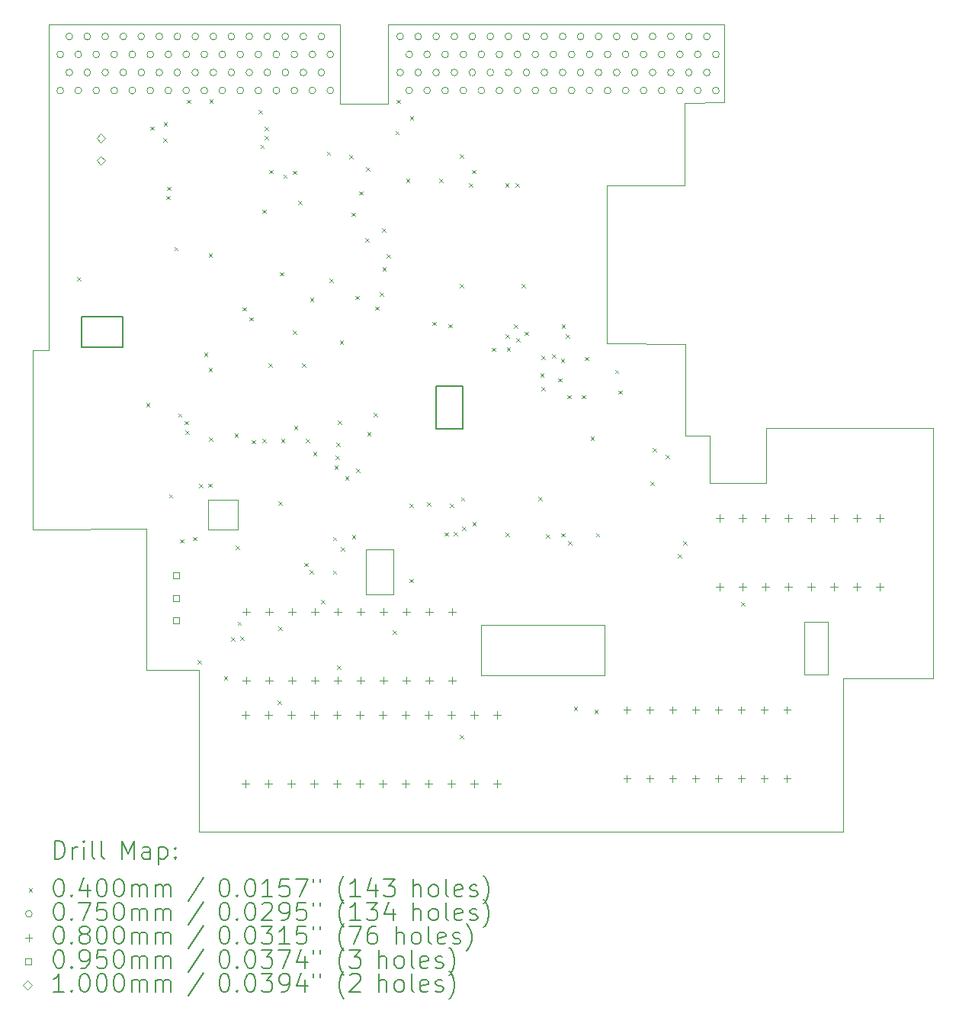
<source format=gbr>
%TF.GenerationSoftware,KiCad,Pcbnew,(7.0.0)*%
%TF.CreationDate,2023-02-16T22:34:50-06:00*%
%TF.ProjectId,cart,63617274-2e6b-4696-9361-645f70636258,rev?*%
%TF.SameCoordinates,Original*%
%TF.FileFunction,Drillmap*%
%TF.FilePolarity,Positive*%
%FSLAX45Y45*%
G04 Gerber Fmt 4.5, Leading zero omitted, Abs format (unit mm)*
G04 Created by KiCad (PCBNEW (7.0.0)) date 2023-02-16 22:34:50*
%MOMM*%
%LPD*%
G01*
G04 APERTURE LIST*
%ADD10C,0.100000*%
%ADD11C,0.150000*%
%ADD12C,0.200000*%
%ADD13C,0.040000*%
%ADD14C,0.075000*%
%ADD15C,0.080000*%
%ADD16C,0.095000*%
G04 APERTURE END LIST*
D10*
X13163000Y-15601000D02*
X14534000Y-15601000D01*
X14534000Y-15601000D02*
X14534000Y-16163000D01*
X14534000Y-16163000D02*
X13163000Y-16163000D01*
X13163000Y-16163000D02*
X13163000Y-15601000D01*
X15421000Y-9813000D02*
X15422000Y-10725000D01*
X12130800Y-9822400D02*
X11597400Y-9822400D01*
X15867000Y-9809000D02*
X15421000Y-9813000D01*
X11597400Y-9822400D02*
X11597400Y-9339800D01*
X15706000Y-14034000D02*
X15706000Y-13506000D01*
X17183000Y-17897000D02*
X17182000Y-16198000D01*
X15432000Y-13506000D02*
X15706000Y-13506000D01*
X11597400Y-8946100D02*
X8358900Y-8946100D01*
X15867000Y-9809000D02*
X15867000Y-8946000D01*
X11597400Y-9339800D02*
X11597400Y-8946100D01*
X18182000Y-13423000D02*
X16334000Y-13423000D01*
X8184000Y-12560000D02*
X8359000Y-12560000D01*
X8184000Y-14543000D02*
X8184000Y-12560000D01*
X11888000Y-14767000D02*
X12189000Y-14767000D01*
X12189000Y-14767000D02*
X12189000Y-15266000D01*
X12189000Y-15266000D02*
X11888000Y-15266000D01*
X11888000Y-15266000D02*
X11888000Y-14767000D01*
X15432000Y-13420000D02*
X15432000Y-13506000D01*
X17182000Y-16198000D02*
X18182000Y-16198000D01*
X18182000Y-16198000D02*
X18182000Y-16097000D01*
X17012000Y-15571000D02*
X17012000Y-16062000D01*
X12130800Y-8946100D02*
X12130800Y-9822400D01*
X18182000Y-13423000D02*
X18182000Y-16097000D01*
X10035000Y-16102000D02*
X9444000Y-16102000D01*
X10134250Y-14213000D02*
X10461750Y-14213000D01*
X10461750Y-14213000D02*
X10461750Y-14545500D01*
X10461750Y-14545500D02*
X10134250Y-14545500D01*
X10134250Y-14545500D02*
X10134250Y-14213000D01*
X16334000Y-13423000D02*
X16333000Y-14034000D01*
X17012000Y-16153000D02*
X16751000Y-16152000D01*
X16333000Y-14034000D02*
X15706000Y-14034000D01*
D11*
X12664000Y-12951500D02*
X12964000Y-12951500D01*
X12964000Y-12951500D02*
X12964000Y-13426500D01*
X12964000Y-13426500D02*
X12664000Y-13426500D01*
X12664000Y-13426500D02*
X12664000Y-12951500D01*
D10*
X14563000Y-12485000D02*
X15431000Y-12486000D01*
X15422000Y-10725000D02*
X14562000Y-10725000D01*
X10032000Y-17902000D02*
X17183000Y-17897000D01*
X8358900Y-8946100D02*
X8359000Y-12560000D01*
X16751000Y-16063000D02*
X16751000Y-15571000D01*
X16751000Y-15571000D02*
X17012000Y-15571000D01*
D11*
X8723000Y-12182000D02*
X9185500Y-12182000D01*
X9185500Y-12182000D02*
X9185500Y-12524500D01*
X9185500Y-12524500D02*
X8723000Y-12524500D01*
X8723000Y-12524500D02*
X8723000Y-12182000D01*
D10*
X9445000Y-14542000D02*
X8184000Y-14543000D01*
X12130800Y-8946100D02*
X15867000Y-8946000D01*
X9444000Y-16102000D02*
X9445000Y-14542000D01*
X16751000Y-16152000D02*
X16751000Y-16063000D01*
X17012000Y-16062000D02*
X17012000Y-16153000D01*
X14562000Y-10725000D02*
X14563000Y-12485000D01*
X15432000Y-13420000D02*
X15431000Y-12486000D01*
X10035000Y-16102000D02*
X10032000Y-17902000D01*
D12*
D13*
X8678160Y-11748060D02*
X8718160Y-11788060D01*
X8718160Y-11748060D02*
X8678160Y-11788060D01*
X9443590Y-13139810D02*
X9483590Y-13179810D01*
X9483590Y-13139810D02*
X9443590Y-13179810D01*
X9490930Y-10072820D02*
X9530930Y-10112820D01*
X9530930Y-10072820D02*
X9490930Y-10112820D01*
X9633620Y-10206850D02*
X9673620Y-10246850D01*
X9673620Y-10206850D02*
X9633620Y-10246850D01*
X9639310Y-10029600D02*
X9679310Y-10069600D01*
X9679310Y-10029600D02*
X9639310Y-10069600D01*
X9670530Y-10844020D02*
X9710530Y-10884020D01*
X9710530Y-10844020D02*
X9670530Y-10884020D01*
X9674010Y-10742480D02*
X9714010Y-10782480D01*
X9714010Y-10742480D02*
X9674010Y-10782480D01*
X9697480Y-14155270D02*
X9737480Y-14195270D01*
X9737480Y-14155270D02*
X9697480Y-14195270D01*
X9756240Y-11411110D02*
X9796240Y-11451110D01*
X9796240Y-11411110D02*
X9756240Y-11451110D01*
X9799880Y-13256930D02*
X9839880Y-13296930D01*
X9839880Y-13256930D02*
X9799880Y-13296930D01*
X9822390Y-14653420D02*
X9862390Y-14693420D01*
X9862390Y-14653420D02*
X9822390Y-14693420D01*
X9869750Y-13342260D02*
X9909750Y-13382260D01*
X9909750Y-13342260D02*
X9869750Y-13382260D01*
X9876740Y-13448100D02*
X9916740Y-13488100D01*
X9916740Y-13448100D02*
X9876740Y-13488100D01*
X9895170Y-9776970D02*
X9935170Y-9816970D01*
X9935170Y-9776970D02*
X9895170Y-9816970D01*
X9963640Y-14628240D02*
X10003640Y-14668240D01*
X10003640Y-14628240D02*
X9963640Y-14668240D01*
X10017300Y-15997160D02*
X10057300Y-16037160D01*
X10057300Y-15997160D02*
X10017300Y-16037160D01*
X10032690Y-14040030D02*
X10072690Y-14080030D01*
X10072690Y-14040030D02*
X10032690Y-14080030D01*
X10087170Y-12584820D02*
X10127170Y-12624820D01*
X10127170Y-12584820D02*
X10087170Y-12624820D01*
X10135050Y-14035280D02*
X10175050Y-14075280D01*
X10175050Y-14035280D02*
X10135050Y-14075280D01*
X10137260Y-11483510D02*
X10177260Y-11523510D01*
X10177260Y-11483510D02*
X10137260Y-11523510D01*
X10137760Y-12750440D02*
X10177760Y-12790440D01*
X10177760Y-12750440D02*
X10137760Y-12790440D01*
X10142060Y-13522300D02*
X10182060Y-13562300D01*
X10182060Y-13522300D02*
X10142060Y-13562300D01*
X10146060Y-9775560D02*
X10186060Y-9815560D01*
X10186060Y-9775560D02*
X10146060Y-9815560D01*
X10306450Y-16175950D02*
X10346450Y-16215950D01*
X10346450Y-16175950D02*
X10306450Y-16215950D01*
X10387780Y-15741870D02*
X10427780Y-15781870D01*
X10427780Y-15741870D02*
X10387780Y-15781870D01*
X10426460Y-13479660D02*
X10466460Y-13519660D01*
X10466460Y-13479660D02*
X10426460Y-13519660D01*
X10436540Y-14728210D02*
X10476540Y-14768210D01*
X10476540Y-14728210D02*
X10436540Y-14768210D01*
X10459490Y-15567420D02*
X10499490Y-15607420D01*
X10499490Y-15567420D02*
X10459490Y-15607420D01*
X10488800Y-15736220D02*
X10528800Y-15776220D01*
X10528800Y-15736220D02*
X10488800Y-15776220D01*
X10516660Y-12078990D02*
X10556660Y-12118990D01*
X10556660Y-12078990D02*
X10516660Y-12118990D01*
X10589170Y-12190570D02*
X10629170Y-12230570D01*
X10629170Y-12190570D02*
X10589170Y-12230570D01*
X10618350Y-13552310D02*
X10658350Y-13592310D01*
X10658350Y-13552310D02*
X10618350Y-13592310D01*
X10691140Y-9890170D02*
X10731140Y-9930170D01*
X10731140Y-9890170D02*
X10691140Y-9930170D01*
X10714290Y-10275970D02*
X10754290Y-10315970D01*
X10754290Y-10275970D02*
X10714290Y-10315970D01*
X10733830Y-10997270D02*
X10773830Y-11037270D01*
X10773830Y-10997270D02*
X10733830Y-11037270D01*
X10733850Y-13542110D02*
X10773850Y-13582110D01*
X10773850Y-13542110D02*
X10733850Y-13582110D01*
X10757280Y-10080210D02*
X10797280Y-10120210D01*
X10797280Y-10080210D02*
X10757280Y-10120210D01*
X10760000Y-10180230D02*
X10800000Y-10220230D01*
X10800000Y-10180230D02*
X10760000Y-10220230D01*
X10805020Y-12699270D02*
X10845020Y-12739270D01*
X10845020Y-12699270D02*
X10805020Y-12739270D01*
X10812260Y-10556030D02*
X10852260Y-10596030D01*
X10852260Y-10556030D02*
X10812260Y-10596030D01*
X10904680Y-16442260D02*
X10944680Y-16482260D01*
X10944680Y-16442260D02*
X10904680Y-16482260D01*
X10909900Y-14235550D02*
X10949900Y-14275550D01*
X10949900Y-14235550D02*
X10909900Y-14275550D01*
X10915100Y-15620800D02*
X10955100Y-15660800D01*
X10955100Y-15620800D02*
X10915100Y-15660800D01*
X10929940Y-11689970D02*
X10969940Y-11729970D01*
X10969940Y-11689970D02*
X10929940Y-11729970D01*
X10941500Y-13540740D02*
X10981500Y-13580740D01*
X10981500Y-13540740D02*
X10941500Y-13580740D01*
X10966600Y-10606160D02*
X11006600Y-10646160D01*
X11006600Y-10606160D02*
X10966600Y-10646160D01*
X11070860Y-10565570D02*
X11110860Y-10605570D01*
X11110860Y-10565570D02*
X11070860Y-10605570D01*
X11071790Y-12339330D02*
X11111790Y-12379330D01*
X11111790Y-12339330D02*
X11071790Y-12379330D01*
X11086960Y-13398560D02*
X11126960Y-13438560D01*
X11126960Y-13398560D02*
X11086960Y-13438560D01*
X11132320Y-10901900D02*
X11172320Y-10941900D01*
X11172320Y-10901900D02*
X11132320Y-10941900D01*
X11175600Y-12701440D02*
X11215600Y-12741440D01*
X11215600Y-12701440D02*
X11175600Y-12741440D01*
X11199790Y-14916310D02*
X11239790Y-14956310D01*
X11239790Y-14916310D02*
X11199790Y-14956310D01*
X11215500Y-13538790D02*
X11255500Y-13578790D01*
X11255500Y-13538790D02*
X11215500Y-13578790D01*
X11260080Y-14998180D02*
X11300080Y-15038180D01*
X11300080Y-14998180D02*
X11260080Y-15038180D01*
X11264330Y-11974190D02*
X11304330Y-12014190D01*
X11304330Y-11974190D02*
X11264330Y-12014190D01*
X11298720Y-13684830D02*
X11338720Y-13724830D01*
X11338720Y-13684830D02*
X11298720Y-13724830D01*
X11384120Y-15324790D02*
X11424120Y-15364790D01*
X11424120Y-15324790D02*
X11384120Y-15364790D01*
X11449810Y-10351860D02*
X11489810Y-10391860D01*
X11489810Y-10351860D02*
X11449810Y-10391860D01*
X11478130Y-11759740D02*
X11518130Y-11799740D01*
X11518130Y-11759740D02*
X11478130Y-11799740D01*
X11516960Y-15001230D02*
X11556960Y-15041230D01*
X11556960Y-15001230D02*
X11516960Y-15041230D01*
X11517140Y-14627850D02*
X11557140Y-14667850D01*
X11557140Y-14627850D02*
X11517140Y-14667850D01*
X11536060Y-13838230D02*
X11576060Y-13878230D01*
X11576060Y-13838230D02*
X11536060Y-13878230D01*
X11546430Y-13725870D02*
X11586430Y-13765870D01*
X11586430Y-13725870D02*
X11546430Y-13765870D01*
X11555760Y-13580840D02*
X11595760Y-13620840D01*
X11595760Y-13580840D02*
X11555760Y-13620840D01*
X11564430Y-16057410D02*
X11604430Y-16097410D01*
X11604430Y-16057410D02*
X11564430Y-16097410D01*
X11571400Y-13334580D02*
X11611400Y-13374580D01*
X11611400Y-13334580D02*
X11571400Y-13374580D01*
X11593560Y-12446980D02*
X11633560Y-12486980D01*
X11633560Y-12446980D02*
X11593560Y-12486980D01*
X11605140Y-14744960D02*
X11645140Y-14784960D01*
X11645140Y-14744960D02*
X11605140Y-14784960D01*
X11653790Y-13955750D02*
X11693790Y-13995750D01*
X11693790Y-13955750D02*
X11653790Y-13995750D01*
X11699180Y-10392730D02*
X11739180Y-10432730D01*
X11739180Y-10392730D02*
X11699180Y-10432730D01*
X11722710Y-11030290D02*
X11762710Y-11070290D01*
X11762710Y-11030290D02*
X11722710Y-11070290D01*
X11728560Y-14607560D02*
X11768560Y-14647560D01*
X11768560Y-14607560D02*
X11728560Y-14647560D01*
X11764930Y-11951840D02*
X11804930Y-11991840D01*
X11804930Y-11951840D02*
X11764930Y-11991840D01*
X11777490Y-13869320D02*
X11817490Y-13909320D01*
X11817490Y-13869320D02*
X11777490Y-13909320D01*
X11807590Y-10792310D02*
X11847590Y-10832310D01*
X11847590Y-10792310D02*
X11807590Y-10832310D01*
X11876600Y-11315020D02*
X11916600Y-11355020D01*
X11916600Y-11315020D02*
X11876600Y-11355020D01*
X11887550Y-10528410D02*
X11927550Y-10568410D01*
X11927550Y-10528410D02*
X11887550Y-10568410D01*
X11897880Y-13465500D02*
X11937880Y-13505500D01*
X11937880Y-13465500D02*
X11897880Y-13505500D01*
X11970460Y-13251930D02*
X12010460Y-13291930D01*
X12010460Y-13251930D02*
X11970460Y-13291930D01*
X11987770Y-12070680D02*
X12027770Y-12110680D01*
X12027770Y-12070680D02*
X11987770Y-12110680D01*
X12038400Y-11912750D02*
X12078400Y-11952750D01*
X12078400Y-11912750D02*
X12038400Y-11952750D01*
X12064160Y-11201890D02*
X12104160Y-11241890D01*
X12104160Y-11201890D02*
X12064160Y-11241890D01*
X12068780Y-11634630D02*
X12108780Y-11674630D01*
X12108780Y-11634630D02*
X12068780Y-11674630D01*
X12114280Y-11493400D02*
X12154280Y-11533400D01*
X12154280Y-11493400D02*
X12114280Y-11533400D01*
X12182440Y-15665280D02*
X12222440Y-15705280D01*
X12222440Y-15665280D02*
X12182440Y-15705280D01*
X12213240Y-10124110D02*
X12253240Y-10164110D01*
X12253240Y-10124110D02*
X12213240Y-10164110D01*
X12223970Y-9776030D02*
X12263970Y-9816030D01*
X12263970Y-9776030D02*
X12223970Y-9816030D01*
X12330870Y-10656000D02*
X12370870Y-10696000D01*
X12370870Y-10656000D02*
X12330870Y-10696000D01*
X12366590Y-14258300D02*
X12406590Y-14298300D01*
X12406590Y-14258300D02*
X12366590Y-14298300D01*
X12369020Y-15093440D02*
X12409020Y-15133440D01*
X12409020Y-15093440D02*
X12369020Y-15133440D01*
X12374050Y-9959180D02*
X12414050Y-9999180D01*
X12414050Y-9959180D02*
X12374050Y-9999180D01*
X12566520Y-14241990D02*
X12606520Y-14281990D01*
X12606520Y-14241990D02*
X12566520Y-14281990D01*
X12624400Y-12241940D02*
X12664400Y-12281940D01*
X12664400Y-12241940D02*
X12624400Y-12281940D01*
X12699610Y-10652580D02*
X12739610Y-10692580D01*
X12739610Y-10652580D02*
X12699610Y-10692580D01*
X12758470Y-14577460D02*
X12798470Y-14617460D01*
X12798470Y-14577460D02*
X12758470Y-14617460D01*
X12803560Y-12265510D02*
X12843560Y-12305510D01*
X12843560Y-12265510D02*
X12803560Y-12305510D01*
X12818710Y-14262300D02*
X12858710Y-14302300D01*
X12858710Y-14262300D02*
X12818710Y-14302300D01*
X12860940Y-14570390D02*
X12900940Y-14610390D01*
X12900940Y-14570390D02*
X12860940Y-14610390D01*
X12925260Y-16827980D02*
X12965260Y-16867980D01*
X12965260Y-16827980D02*
X12925260Y-16867980D01*
X12926140Y-11823920D02*
X12966140Y-11863920D01*
X12966140Y-11823920D02*
X12926140Y-11863920D01*
X12927300Y-10381910D02*
X12967300Y-10421910D01*
X12967300Y-10381910D02*
X12927300Y-10421910D01*
X12940940Y-14187170D02*
X12980940Y-14227170D01*
X12980940Y-14187170D02*
X12940940Y-14227170D01*
X12950370Y-14514150D02*
X12990370Y-14554150D01*
X12990370Y-14514150D02*
X12950370Y-14554150D01*
X13027140Y-10705570D02*
X13067140Y-10745570D01*
X13067140Y-10705570D02*
X13027140Y-10745570D01*
X13061150Y-10555500D02*
X13101150Y-10595500D01*
X13101150Y-10555500D02*
X13061150Y-10595500D01*
X13067140Y-14460570D02*
X13107140Y-14500570D01*
X13107140Y-14460570D02*
X13067140Y-14500570D01*
X13283670Y-12528060D02*
X13323670Y-12568060D01*
X13323670Y-12528060D02*
X13283670Y-12568060D01*
X13430920Y-10704900D02*
X13470920Y-10744900D01*
X13470920Y-10704900D02*
X13430920Y-10744900D01*
X13433130Y-12380920D02*
X13473130Y-12420920D01*
X13473130Y-12380920D02*
X13433130Y-12420920D01*
X13434000Y-14584600D02*
X13474000Y-14624600D01*
X13474000Y-14584600D02*
X13434000Y-14624600D01*
X13449140Y-12525950D02*
X13489140Y-12565950D01*
X13489140Y-12525950D02*
X13449140Y-12565950D01*
X13527080Y-12268250D02*
X13567080Y-12308250D01*
X13567080Y-12268250D02*
X13527080Y-12308250D01*
X13546280Y-10704920D02*
X13586280Y-10744920D01*
X13586280Y-10704920D02*
X13546280Y-10744920D01*
X13552330Y-12422770D02*
X13592330Y-12462770D01*
X13592330Y-12422770D02*
X13552330Y-12462770D01*
X13613670Y-11821680D02*
X13653670Y-11861680D01*
X13653670Y-11821680D02*
X13613670Y-11861680D01*
X13644560Y-12350260D02*
X13684560Y-12390260D01*
X13684560Y-12350260D02*
X13644560Y-12390260D01*
X13802500Y-14186340D02*
X13842500Y-14226340D01*
X13842500Y-14186340D02*
X13802500Y-14226340D01*
X13821900Y-12814020D02*
X13861900Y-12854020D01*
X13861900Y-12814020D02*
X13821900Y-12854020D01*
X13833790Y-12619060D02*
X13873790Y-12659060D01*
X13873790Y-12619060D02*
X13833790Y-12659060D01*
X13836390Y-12967020D02*
X13876390Y-13007020D01*
X13876390Y-12967020D02*
X13836390Y-13007020D01*
X13886560Y-14601510D02*
X13926560Y-14641510D01*
X13926560Y-14601510D02*
X13886560Y-14641510D01*
X13954010Y-12601890D02*
X13994010Y-12641890D01*
X13994010Y-12601890D02*
X13954010Y-12641890D01*
X14021420Y-12867130D02*
X14061420Y-12907130D01*
X14061420Y-12867130D02*
X14021420Y-12907130D01*
X14049390Y-12650620D02*
X14089390Y-12690620D01*
X14089390Y-12650620D02*
X14049390Y-12690620D01*
X14055450Y-14586150D02*
X14095450Y-14626150D01*
X14095450Y-14586150D02*
X14055450Y-14626150D01*
X14058470Y-12269220D02*
X14098470Y-12309220D01*
X14098470Y-12269220D02*
X14058470Y-12309220D01*
X14105550Y-12379650D02*
X14145550Y-12419650D01*
X14145550Y-12379650D02*
X14105550Y-12419650D01*
X14121960Y-13053180D02*
X14161960Y-13093180D01*
X14161960Y-13053180D02*
X14121960Y-13093180D01*
X14130590Y-14676490D02*
X14170590Y-14716490D01*
X14170590Y-14676490D02*
X14130590Y-14716490D01*
X14193710Y-16512860D02*
X14233710Y-16552860D01*
X14233710Y-16512860D02*
X14193710Y-16552860D01*
X14280880Y-13054800D02*
X14320880Y-13094800D01*
X14320880Y-13054800D02*
X14280880Y-13094800D01*
X14316740Y-12630900D02*
X14356740Y-12670900D01*
X14356740Y-12630900D02*
X14316740Y-12670900D01*
X14378630Y-13512060D02*
X14418630Y-13552060D01*
X14418630Y-13512060D02*
X14378630Y-13552060D01*
X14422320Y-16546860D02*
X14462320Y-16586860D01*
X14462320Y-16546860D02*
X14422320Y-16586860D01*
X14438560Y-14585280D02*
X14478560Y-14625280D01*
X14478560Y-14585280D02*
X14438560Y-14625280D01*
X14651540Y-12774740D02*
X14691540Y-12814740D01*
X14691540Y-12774740D02*
X14651540Y-12814740D01*
X14690860Y-13004020D02*
X14730860Y-13044020D01*
X14730860Y-13004020D02*
X14690860Y-13044020D01*
X15044870Y-14012710D02*
X15084870Y-14052710D01*
X15084870Y-14012710D02*
X15044870Y-14052710D01*
X15066930Y-13642630D02*
X15106930Y-13682630D01*
X15106930Y-13642630D02*
X15066930Y-13682630D01*
X15210710Y-13718800D02*
X15250710Y-13758800D01*
X15250710Y-13718800D02*
X15210710Y-13758800D01*
X15350860Y-14818590D02*
X15390860Y-14858590D01*
X15390860Y-14818590D02*
X15350860Y-14858590D01*
X15407020Y-14673560D02*
X15447020Y-14713560D01*
X15447020Y-14673560D02*
X15407020Y-14713560D01*
X16049000Y-15350750D02*
X16089000Y-15390750D01*
X16089000Y-15350750D02*
X16049000Y-15390750D01*
D14*
X8527500Y-9275000D02*
G75*
G03*
X8527500Y-9275000I-37500J0D01*
G01*
X8527500Y-9675000D02*
G75*
G03*
X8527500Y-9675000I-37500J0D01*
G01*
X8627500Y-9075000D02*
G75*
G03*
X8627500Y-9075000I-37500J0D01*
G01*
X8627500Y-9475000D02*
G75*
G03*
X8627500Y-9475000I-37500J0D01*
G01*
X8727500Y-9275000D02*
G75*
G03*
X8727500Y-9275000I-37500J0D01*
G01*
X8727500Y-9675000D02*
G75*
G03*
X8727500Y-9675000I-37500J0D01*
G01*
X8827500Y-9075000D02*
G75*
G03*
X8827500Y-9075000I-37500J0D01*
G01*
X8827500Y-9475000D02*
G75*
G03*
X8827500Y-9475000I-37500J0D01*
G01*
X8927500Y-9275000D02*
G75*
G03*
X8927500Y-9275000I-37500J0D01*
G01*
X8927500Y-9675000D02*
G75*
G03*
X8927500Y-9675000I-37500J0D01*
G01*
X9027500Y-9075000D02*
G75*
G03*
X9027500Y-9075000I-37500J0D01*
G01*
X9027500Y-9475000D02*
G75*
G03*
X9027500Y-9475000I-37500J0D01*
G01*
X9127500Y-9275000D02*
G75*
G03*
X9127500Y-9275000I-37500J0D01*
G01*
X9127500Y-9675000D02*
G75*
G03*
X9127500Y-9675000I-37500J0D01*
G01*
X9227500Y-9075000D02*
G75*
G03*
X9227500Y-9075000I-37500J0D01*
G01*
X9227500Y-9475000D02*
G75*
G03*
X9227500Y-9475000I-37500J0D01*
G01*
X9327500Y-9275000D02*
G75*
G03*
X9327500Y-9275000I-37500J0D01*
G01*
X9327500Y-9675000D02*
G75*
G03*
X9327500Y-9675000I-37500J0D01*
G01*
X9427500Y-9075000D02*
G75*
G03*
X9427500Y-9075000I-37500J0D01*
G01*
X9427500Y-9475000D02*
G75*
G03*
X9427500Y-9475000I-37500J0D01*
G01*
X9527500Y-9275000D02*
G75*
G03*
X9527500Y-9275000I-37500J0D01*
G01*
X9527500Y-9675000D02*
G75*
G03*
X9527500Y-9675000I-37500J0D01*
G01*
X9627500Y-9075000D02*
G75*
G03*
X9627500Y-9075000I-37500J0D01*
G01*
X9627500Y-9475000D02*
G75*
G03*
X9627500Y-9475000I-37500J0D01*
G01*
X9727500Y-9275000D02*
G75*
G03*
X9727500Y-9275000I-37500J0D01*
G01*
X9727500Y-9675000D02*
G75*
G03*
X9727500Y-9675000I-37500J0D01*
G01*
X9827500Y-9075000D02*
G75*
G03*
X9827500Y-9075000I-37500J0D01*
G01*
X9827500Y-9475000D02*
G75*
G03*
X9827500Y-9475000I-37500J0D01*
G01*
X9927500Y-9275000D02*
G75*
G03*
X9927500Y-9275000I-37500J0D01*
G01*
X9927500Y-9675000D02*
G75*
G03*
X9927500Y-9675000I-37500J0D01*
G01*
X10027500Y-9075000D02*
G75*
G03*
X10027500Y-9075000I-37500J0D01*
G01*
X10027500Y-9475000D02*
G75*
G03*
X10027500Y-9475000I-37500J0D01*
G01*
X10127500Y-9275000D02*
G75*
G03*
X10127500Y-9275000I-37500J0D01*
G01*
X10127500Y-9675000D02*
G75*
G03*
X10127500Y-9675000I-37500J0D01*
G01*
X10227500Y-9075000D02*
G75*
G03*
X10227500Y-9075000I-37500J0D01*
G01*
X10227500Y-9475000D02*
G75*
G03*
X10227500Y-9475000I-37500J0D01*
G01*
X10327500Y-9275000D02*
G75*
G03*
X10327500Y-9275000I-37500J0D01*
G01*
X10327500Y-9675000D02*
G75*
G03*
X10327500Y-9675000I-37500J0D01*
G01*
X10427500Y-9075000D02*
G75*
G03*
X10427500Y-9075000I-37500J0D01*
G01*
X10427500Y-9475000D02*
G75*
G03*
X10427500Y-9475000I-37500J0D01*
G01*
X10527500Y-9275000D02*
G75*
G03*
X10527500Y-9275000I-37500J0D01*
G01*
X10527500Y-9675000D02*
G75*
G03*
X10527500Y-9675000I-37500J0D01*
G01*
X10627500Y-9075000D02*
G75*
G03*
X10627500Y-9075000I-37500J0D01*
G01*
X10627500Y-9475000D02*
G75*
G03*
X10627500Y-9475000I-37500J0D01*
G01*
X10727500Y-9275000D02*
G75*
G03*
X10727500Y-9275000I-37500J0D01*
G01*
X10727500Y-9675000D02*
G75*
G03*
X10727500Y-9675000I-37500J0D01*
G01*
X10827500Y-9075000D02*
G75*
G03*
X10827500Y-9075000I-37500J0D01*
G01*
X10827500Y-9475000D02*
G75*
G03*
X10827500Y-9475000I-37500J0D01*
G01*
X10927500Y-9275000D02*
G75*
G03*
X10927500Y-9275000I-37500J0D01*
G01*
X10927500Y-9675000D02*
G75*
G03*
X10927500Y-9675000I-37500J0D01*
G01*
X11027500Y-9075000D02*
G75*
G03*
X11027500Y-9075000I-37500J0D01*
G01*
X11027500Y-9475000D02*
G75*
G03*
X11027500Y-9475000I-37500J0D01*
G01*
X11127500Y-9275000D02*
G75*
G03*
X11127500Y-9275000I-37500J0D01*
G01*
X11127500Y-9675000D02*
G75*
G03*
X11127500Y-9675000I-37500J0D01*
G01*
X11227500Y-9075000D02*
G75*
G03*
X11227500Y-9075000I-37500J0D01*
G01*
X11227500Y-9475000D02*
G75*
G03*
X11227500Y-9475000I-37500J0D01*
G01*
X11327500Y-9275000D02*
G75*
G03*
X11327500Y-9275000I-37500J0D01*
G01*
X11327500Y-9675000D02*
G75*
G03*
X11327500Y-9675000I-37500J0D01*
G01*
X11427500Y-9075000D02*
G75*
G03*
X11427500Y-9075000I-37500J0D01*
G01*
X11427500Y-9475000D02*
G75*
G03*
X11427500Y-9475000I-37500J0D01*
G01*
X11527500Y-9275000D02*
G75*
G03*
X11527500Y-9275000I-37500J0D01*
G01*
X11527500Y-9675000D02*
G75*
G03*
X11527500Y-9675000I-37500J0D01*
G01*
X12302500Y-9075000D02*
G75*
G03*
X12302500Y-9075000I-37500J0D01*
G01*
X12302500Y-9475000D02*
G75*
G03*
X12302500Y-9475000I-37500J0D01*
G01*
X12402500Y-9275000D02*
G75*
G03*
X12402500Y-9275000I-37500J0D01*
G01*
X12402500Y-9675000D02*
G75*
G03*
X12402500Y-9675000I-37500J0D01*
G01*
X12502500Y-9075000D02*
G75*
G03*
X12502500Y-9075000I-37500J0D01*
G01*
X12502500Y-9475000D02*
G75*
G03*
X12502500Y-9475000I-37500J0D01*
G01*
X12602500Y-9275000D02*
G75*
G03*
X12602500Y-9275000I-37500J0D01*
G01*
X12602500Y-9675000D02*
G75*
G03*
X12602500Y-9675000I-37500J0D01*
G01*
X12702500Y-9075000D02*
G75*
G03*
X12702500Y-9075000I-37500J0D01*
G01*
X12702500Y-9475000D02*
G75*
G03*
X12702500Y-9475000I-37500J0D01*
G01*
X12802500Y-9275000D02*
G75*
G03*
X12802500Y-9275000I-37500J0D01*
G01*
X12802500Y-9675000D02*
G75*
G03*
X12802500Y-9675000I-37500J0D01*
G01*
X12904500Y-9075000D02*
G75*
G03*
X12904500Y-9075000I-37500J0D01*
G01*
X12904500Y-9475000D02*
G75*
G03*
X12904500Y-9475000I-37500J0D01*
G01*
X13004500Y-9275000D02*
G75*
G03*
X13004500Y-9275000I-37500J0D01*
G01*
X13004500Y-9675000D02*
G75*
G03*
X13004500Y-9675000I-37500J0D01*
G01*
X13104500Y-9075000D02*
G75*
G03*
X13104500Y-9075000I-37500J0D01*
G01*
X13104500Y-9475000D02*
G75*
G03*
X13104500Y-9475000I-37500J0D01*
G01*
X13204500Y-9275000D02*
G75*
G03*
X13204500Y-9275000I-37500J0D01*
G01*
X13204500Y-9675000D02*
G75*
G03*
X13204500Y-9675000I-37500J0D01*
G01*
X13304500Y-9075000D02*
G75*
G03*
X13304500Y-9075000I-37500J0D01*
G01*
X13304500Y-9475000D02*
G75*
G03*
X13304500Y-9475000I-37500J0D01*
G01*
X13404500Y-9275000D02*
G75*
G03*
X13404500Y-9275000I-37500J0D01*
G01*
X13404500Y-9675000D02*
G75*
G03*
X13404500Y-9675000I-37500J0D01*
G01*
X13504500Y-9075000D02*
G75*
G03*
X13504500Y-9075000I-37500J0D01*
G01*
X13504500Y-9475000D02*
G75*
G03*
X13504500Y-9475000I-37500J0D01*
G01*
X13604500Y-9275000D02*
G75*
G03*
X13604500Y-9275000I-37500J0D01*
G01*
X13604500Y-9675000D02*
G75*
G03*
X13604500Y-9675000I-37500J0D01*
G01*
X13704500Y-9075000D02*
G75*
G03*
X13704500Y-9075000I-37500J0D01*
G01*
X13704500Y-9475000D02*
G75*
G03*
X13704500Y-9475000I-37500J0D01*
G01*
X13804500Y-9275000D02*
G75*
G03*
X13804500Y-9275000I-37500J0D01*
G01*
X13804500Y-9675000D02*
G75*
G03*
X13804500Y-9675000I-37500J0D01*
G01*
X13904500Y-9075000D02*
G75*
G03*
X13904500Y-9075000I-37500J0D01*
G01*
X13904500Y-9475000D02*
G75*
G03*
X13904500Y-9475000I-37500J0D01*
G01*
X14004500Y-9275000D02*
G75*
G03*
X14004500Y-9275000I-37500J0D01*
G01*
X14004500Y-9675000D02*
G75*
G03*
X14004500Y-9675000I-37500J0D01*
G01*
X14106500Y-9075000D02*
G75*
G03*
X14106500Y-9075000I-37500J0D01*
G01*
X14106500Y-9475000D02*
G75*
G03*
X14106500Y-9475000I-37500J0D01*
G01*
X14206500Y-9275000D02*
G75*
G03*
X14206500Y-9275000I-37500J0D01*
G01*
X14206500Y-9675000D02*
G75*
G03*
X14206500Y-9675000I-37500J0D01*
G01*
X14306500Y-9075000D02*
G75*
G03*
X14306500Y-9075000I-37500J0D01*
G01*
X14306500Y-9475000D02*
G75*
G03*
X14306500Y-9475000I-37500J0D01*
G01*
X14406500Y-9275000D02*
G75*
G03*
X14406500Y-9275000I-37500J0D01*
G01*
X14406500Y-9675000D02*
G75*
G03*
X14406500Y-9675000I-37500J0D01*
G01*
X14506500Y-9075000D02*
G75*
G03*
X14506500Y-9075000I-37500J0D01*
G01*
X14506500Y-9475000D02*
G75*
G03*
X14506500Y-9475000I-37500J0D01*
G01*
X14606500Y-9275000D02*
G75*
G03*
X14606500Y-9275000I-37500J0D01*
G01*
X14606500Y-9675000D02*
G75*
G03*
X14606500Y-9675000I-37500J0D01*
G01*
X14706500Y-9075000D02*
G75*
G03*
X14706500Y-9075000I-37500J0D01*
G01*
X14706500Y-9475000D02*
G75*
G03*
X14706500Y-9475000I-37500J0D01*
G01*
X14806500Y-9275000D02*
G75*
G03*
X14806500Y-9275000I-37500J0D01*
G01*
X14806500Y-9675000D02*
G75*
G03*
X14806500Y-9675000I-37500J0D01*
G01*
X14906500Y-9075000D02*
G75*
G03*
X14906500Y-9075000I-37500J0D01*
G01*
X14906500Y-9475000D02*
G75*
G03*
X14906500Y-9475000I-37500J0D01*
G01*
X15006500Y-9275000D02*
G75*
G03*
X15006500Y-9275000I-37500J0D01*
G01*
X15006500Y-9675000D02*
G75*
G03*
X15006500Y-9675000I-37500J0D01*
G01*
X15106500Y-9075000D02*
G75*
G03*
X15106500Y-9075000I-37500J0D01*
G01*
X15106500Y-9475000D02*
G75*
G03*
X15106500Y-9475000I-37500J0D01*
G01*
X15206500Y-9275000D02*
G75*
G03*
X15206500Y-9275000I-37500J0D01*
G01*
X15206500Y-9675000D02*
G75*
G03*
X15206500Y-9675000I-37500J0D01*
G01*
X15308500Y-9075000D02*
G75*
G03*
X15308500Y-9075000I-37500J0D01*
G01*
X15308500Y-9475000D02*
G75*
G03*
X15308500Y-9475000I-37500J0D01*
G01*
X15408500Y-9275000D02*
G75*
G03*
X15408500Y-9275000I-37500J0D01*
G01*
X15408500Y-9675000D02*
G75*
G03*
X15408500Y-9675000I-37500J0D01*
G01*
X15508500Y-9075000D02*
G75*
G03*
X15508500Y-9075000I-37500J0D01*
G01*
X15508500Y-9475000D02*
G75*
G03*
X15508500Y-9475000I-37500J0D01*
G01*
X15608500Y-9275000D02*
G75*
G03*
X15608500Y-9275000I-37500J0D01*
G01*
X15608500Y-9675000D02*
G75*
G03*
X15608500Y-9675000I-37500J0D01*
G01*
X15708500Y-9075000D02*
G75*
G03*
X15708500Y-9075000I-37500J0D01*
G01*
X15708500Y-9475000D02*
G75*
G03*
X15708500Y-9475000I-37500J0D01*
G01*
X15808500Y-9275000D02*
G75*
G03*
X15808500Y-9275000I-37500J0D01*
G01*
X15808500Y-9675000D02*
G75*
G03*
X15808500Y-9675000I-37500J0D01*
G01*
D15*
X10546000Y-16565000D02*
X10546000Y-16645000D01*
X10506000Y-16605000D02*
X10586000Y-16605000D01*
X10546000Y-17327000D02*
X10546000Y-17407000D01*
X10506000Y-17367000D02*
X10586000Y-17367000D01*
X10556500Y-15417500D02*
X10556500Y-15497500D01*
X10516500Y-15457500D02*
X10596500Y-15457500D01*
X10556500Y-16179500D02*
X10556500Y-16259500D01*
X10516500Y-16219500D02*
X10596500Y-16219500D01*
X10800000Y-16565000D02*
X10800000Y-16645000D01*
X10760000Y-16605000D02*
X10840000Y-16605000D01*
X10800000Y-17327000D02*
X10800000Y-17407000D01*
X10760000Y-17367000D02*
X10840000Y-17367000D01*
X10810500Y-15417500D02*
X10810500Y-15497500D01*
X10770500Y-15457500D02*
X10850500Y-15457500D01*
X10810500Y-16179500D02*
X10810500Y-16259500D01*
X10770500Y-16219500D02*
X10850500Y-16219500D01*
X11054000Y-16565000D02*
X11054000Y-16645000D01*
X11014000Y-16605000D02*
X11094000Y-16605000D01*
X11054000Y-17327000D02*
X11054000Y-17407000D01*
X11014000Y-17367000D02*
X11094000Y-17367000D01*
X11064500Y-15417500D02*
X11064500Y-15497500D01*
X11024500Y-15457500D02*
X11104500Y-15457500D01*
X11064500Y-16179500D02*
X11064500Y-16259500D01*
X11024500Y-16219500D02*
X11104500Y-16219500D01*
X11308000Y-16565000D02*
X11308000Y-16645000D01*
X11268000Y-16605000D02*
X11348000Y-16605000D01*
X11308000Y-17327000D02*
X11308000Y-17407000D01*
X11268000Y-17367000D02*
X11348000Y-17367000D01*
X11318500Y-15417500D02*
X11318500Y-15497500D01*
X11278500Y-15457500D02*
X11358500Y-15457500D01*
X11318500Y-16179500D02*
X11318500Y-16259500D01*
X11278500Y-16219500D02*
X11358500Y-16219500D01*
X11562000Y-16565000D02*
X11562000Y-16645000D01*
X11522000Y-16605000D02*
X11602000Y-16605000D01*
X11562000Y-17327000D02*
X11562000Y-17407000D01*
X11522000Y-17367000D02*
X11602000Y-17367000D01*
X11572500Y-15417500D02*
X11572500Y-15497500D01*
X11532500Y-15457500D02*
X11612500Y-15457500D01*
X11572500Y-16179500D02*
X11572500Y-16259500D01*
X11532500Y-16219500D02*
X11612500Y-16219500D01*
X11816000Y-16565000D02*
X11816000Y-16645000D01*
X11776000Y-16605000D02*
X11856000Y-16605000D01*
X11816000Y-17327000D02*
X11816000Y-17407000D01*
X11776000Y-17367000D02*
X11856000Y-17367000D01*
X11826500Y-15417500D02*
X11826500Y-15497500D01*
X11786500Y-15457500D02*
X11866500Y-15457500D01*
X11826500Y-16179500D02*
X11826500Y-16259500D01*
X11786500Y-16219500D02*
X11866500Y-16219500D01*
X12070000Y-16565000D02*
X12070000Y-16645000D01*
X12030000Y-16605000D02*
X12110000Y-16605000D01*
X12070000Y-17327000D02*
X12070000Y-17407000D01*
X12030000Y-17367000D02*
X12110000Y-17367000D01*
X12080500Y-15417500D02*
X12080500Y-15497500D01*
X12040500Y-15457500D02*
X12120500Y-15457500D01*
X12080500Y-16179500D02*
X12080500Y-16259500D01*
X12040500Y-16219500D02*
X12120500Y-16219500D01*
X12324000Y-16565000D02*
X12324000Y-16645000D01*
X12284000Y-16605000D02*
X12364000Y-16605000D01*
X12324000Y-17327000D02*
X12324000Y-17407000D01*
X12284000Y-17367000D02*
X12364000Y-17367000D01*
X12334500Y-15417500D02*
X12334500Y-15497500D01*
X12294500Y-15457500D02*
X12374500Y-15457500D01*
X12334500Y-16179500D02*
X12334500Y-16259500D01*
X12294500Y-16219500D02*
X12374500Y-16219500D01*
X12578000Y-16565000D02*
X12578000Y-16645000D01*
X12538000Y-16605000D02*
X12618000Y-16605000D01*
X12578000Y-17327000D02*
X12578000Y-17407000D01*
X12538000Y-17367000D02*
X12618000Y-17367000D01*
X12588500Y-15417500D02*
X12588500Y-15497500D01*
X12548500Y-15457500D02*
X12628500Y-15457500D01*
X12588500Y-16179500D02*
X12588500Y-16259500D01*
X12548500Y-16219500D02*
X12628500Y-16219500D01*
X12832000Y-16565000D02*
X12832000Y-16645000D01*
X12792000Y-16605000D02*
X12872000Y-16605000D01*
X12832000Y-17327000D02*
X12832000Y-17407000D01*
X12792000Y-17367000D02*
X12872000Y-17367000D01*
X12842500Y-15417500D02*
X12842500Y-15497500D01*
X12802500Y-15457500D02*
X12882500Y-15457500D01*
X12842500Y-16179500D02*
X12842500Y-16259500D01*
X12802500Y-16219500D02*
X12882500Y-16219500D01*
X13086000Y-16565000D02*
X13086000Y-16645000D01*
X13046000Y-16605000D02*
X13126000Y-16605000D01*
X13086000Y-17327000D02*
X13086000Y-17407000D01*
X13046000Y-17367000D02*
X13126000Y-17367000D01*
X13340000Y-16565000D02*
X13340000Y-16645000D01*
X13300000Y-16605000D02*
X13380000Y-16605000D01*
X13340000Y-17327000D02*
X13340000Y-17407000D01*
X13300000Y-17367000D02*
X13380000Y-17367000D01*
X14783000Y-16507000D02*
X14783000Y-16587000D01*
X14743000Y-16547000D02*
X14823000Y-16547000D01*
X14783000Y-17269000D02*
X14783000Y-17349000D01*
X14743000Y-17309000D02*
X14823000Y-17309000D01*
X15037000Y-16507000D02*
X15037000Y-16587000D01*
X14997000Y-16547000D02*
X15077000Y-16547000D01*
X15037000Y-17269000D02*
X15037000Y-17349000D01*
X14997000Y-17309000D02*
X15077000Y-17309000D01*
X15291000Y-16507000D02*
X15291000Y-16587000D01*
X15251000Y-16547000D02*
X15331000Y-16547000D01*
X15291000Y-17269000D02*
X15291000Y-17349000D01*
X15251000Y-17309000D02*
X15331000Y-17309000D01*
X15545000Y-16507000D02*
X15545000Y-16587000D01*
X15505000Y-16547000D02*
X15585000Y-16547000D01*
X15545000Y-17269000D02*
X15545000Y-17349000D01*
X15505000Y-17309000D02*
X15585000Y-17309000D01*
X15799000Y-16507000D02*
X15799000Y-16587000D01*
X15759000Y-16547000D02*
X15839000Y-16547000D01*
X15799000Y-17269000D02*
X15799000Y-17349000D01*
X15759000Y-17309000D02*
X15839000Y-17309000D01*
X15815000Y-14379000D02*
X15815000Y-14459000D01*
X15775000Y-14419000D02*
X15855000Y-14419000D01*
X15815000Y-15141000D02*
X15815000Y-15221000D01*
X15775000Y-15181000D02*
X15855000Y-15181000D01*
X16053000Y-16507000D02*
X16053000Y-16587000D01*
X16013000Y-16547000D02*
X16093000Y-16547000D01*
X16053000Y-17269000D02*
X16053000Y-17349000D01*
X16013000Y-17309000D02*
X16093000Y-17309000D01*
X16069000Y-14379000D02*
X16069000Y-14459000D01*
X16029000Y-14419000D02*
X16109000Y-14419000D01*
X16069000Y-15141000D02*
X16069000Y-15221000D01*
X16029000Y-15181000D02*
X16109000Y-15181000D01*
X16307000Y-16507000D02*
X16307000Y-16587000D01*
X16267000Y-16547000D02*
X16347000Y-16547000D01*
X16307000Y-17269000D02*
X16307000Y-17349000D01*
X16267000Y-17309000D02*
X16347000Y-17309000D01*
X16323000Y-14379000D02*
X16323000Y-14459000D01*
X16283000Y-14419000D02*
X16363000Y-14419000D01*
X16323000Y-15141000D02*
X16323000Y-15221000D01*
X16283000Y-15181000D02*
X16363000Y-15181000D01*
X16561000Y-16507000D02*
X16561000Y-16587000D01*
X16521000Y-16547000D02*
X16601000Y-16547000D01*
X16561000Y-17269000D02*
X16561000Y-17349000D01*
X16521000Y-17309000D02*
X16601000Y-17309000D01*
X16577000Y-14379000D02*
X16577000Y-14459000D01*
X16537000Y-14419000D02*
X16617000Y-14419000D01*
X16577000Y-15141000D02*
X16577000Y-15221000D01*
X16537000Y-15181000D02*
X16617000Y-15181000D01*
X16831000Y-14379000D02*
X16831000Y-14459000D01*
X16791000Y-14419000D02*
X16871000Y-14419000D01*
X16831000Y-15141000D02*
X16831000Y-15221000D01*
X16791000Y-15181000D02*
X16871000Y-15181000D01*
X17085000Y-14379000D02*
X17085000Y-14459000D01*
X17045000Y-14419000D02*
X17125000Y-14419000D01*
X17085000Y-15141000D02*
X17085000Y-15221000D01*
X17045000Y-15181000D02*
X17125000Y-15181000D01*
X17339000Y-14379000D02*
X17339000Y-14459000D01*
X17299000Y-14419000D02*
X17379000Y-14419000D01*
X17339000Y-15141000D02*
X17339000Y-15221000D01*
X17299000Y-15181000D02*
X17379000Y-15181000D01*
X17593000Y-14379000D02*
X17593000Y-14459000D01*
X17553000Y-14419000D02*
X17633000Y-14419000D01*
X17593000Y-15141000D02*
X17593000Y-15221000D01*
X17553000Y-15181000D02*
X17633000Y-15181000D01*
D16*
X9813588Y-15091088D02*
X9813588Y-15023912D01*
X9746412Y-15023912D01*
X9746412Y-15091088D01*
X9813588Y-15091088D01*
X9813588Y-15341088D02*
X9813588Y-15273912D01*
X9746412Y-15273912D01*
X9746412Y-15341088D01*
X9813588Y-15341088D01*
X9813588Y-15591088D02*
X9813588Y-15523912D01*
X9746412Y-15523912D01*
X9746412Y-15591088D01*
X9813588Y-15591088D01*
D10*
X8942500Y-10252500D02*
X8992500Y-10202500D01*
X8942500Y-10152500D01*
X8892500Y-10202500D01*
X8942500Y-10252500D01*
X8942500Y-10502500D02*
X8992500Y-10452500D01*
X8942500Y-10402500D01*
X8892500Y-10452500D01*
X8942500Y-10502500D01*
D12*
X8426619Y-18200476D02*
X8426619Y-18000476D01*
X8426619Y-18000476D02*
X8474238Y-18000476D01*
X8474238Y-18000476D02*
X8502810Y-18010000D01*
X8502810Y-18010000D02*
X8521857Y-18029048D01*
X8521857Y-18029048D02*
X8531381Y-18048095D01*
X8531381Y-18048095D02*
X8540905Y-18086190D01*
X8540905Y-18086190D02*
X8540905Y-18114762D01*
X8540905Y-18114762D02*
X8531381Y-18152857D01*
X8531381Y-18152857D02*
X8521857Y-18171905D01*
X8521857Y-18171905D02*
X8502810Y-18190952D01*
X8502810Y-18190952D02*
X8474238Y-18200476D01*
X8474238Y-18200476D02*
X8426619Y-18200476D01*
X8626619Y-18200476D02*
X8626619Y-18067143D01*
X8626619Y-18105238D02*
X8636143Y-18086190D01*
X8636143Y-18086190D02*
X8645667Y-18076667D01*
X8645667Y-18076667D02*
X8664714Y-18067143D01*
X8664714Y-18067143D02*
X8683762Y-18067143D01*
X8750429Y-18200476D02*
X8750429Y-18067143D01*
X8750429Y-18000476D02*
X8740905Y-18010000D01*
X8740905Y-18010000D02*
X8750429Y-18019524D01*
X8750429Y-18019524D02*
X8759952Y-18010000D01*
X8759952Y-18010000D02*
X8750429Y-18000476D01*
X8750429Y-18000476D02*
X8750429Y-18019524D01*
X8874238Y-18200476D02*
X8855190Y-18190952D01*
X8855190Y-18190952D02*
X8845667Y-18171905D01*
X8845667Y-18171905D02*
X8845667Y-18000476D01*
X8979000Y-18200476D02*
X8959952Y-18190952D01*
X8959952Y-18190952D02*
X8950429Y-18171905D01*
X8950429Y-18171905D02*
X8950429Y-18000476D01*
X9175190Y-18200476D02*
X9175190Y-18000476D01*
X9175190Y-18000476D02*
X9241857Y-18143333D01*
X9241857Y-18143333D02*
X9308524Y-18000476D01*
X9308524Y-18000476D02*
X9308524Y-18200476D01*
X9489476Y-18200476D02*
X9489476Y-18095714D01*
X9489476Y-18095714D02*
X9479952Y-18076667D01*
X9479952Y-18076667D02*
X9460905Y-18067143D01*
X9460905Y-18067143D02*
X9422809Y-18067143D01*
X9422809Y-18067143D02*
X9403762Y-18076667D01*
X9489476Y-18190952D02*
X9470429Y-18200476D01*
X9470429Y-18200476D02*
X9422809Y-18200476D01*
X9422809Y-18200476D02*
X9403762Y-18190952D01*
X9403762Y-18190952D02*
X9394238Y-18171905D01*
X9394238Y-18171905D02*
X9394238Y-18152857D01*
X9394238Y-18152857D02*
X9403762Y-18133810D01*
X9403762Y-18133810D02*
X9422809Y-18124286D01*
X9422809Y-18124286D02*
X9470429Y-18124286D01*
X9470429Y-18124286D02*
X9489476Y-18114762D01*
X9584714Y-18067143D02*
X9584714Y-18267143D01*
X9584714Y-18076667D02*
X9603762Y-18067143D01*
X9603762Y-18067143D02*
X9641857Y-18067143D01*
X9641857Y-18067143D02*
X9660905Y-18076667D01*
X9660905Y-18076667D02*
X9670429Y-18086190D01*
X9670429Y-18086190D02*
X9679952Y-18105238D01*
X9679952Y-18105238D02*
X9679952Y-18162381D01*
X9679952Y-18162381D02*
X9670429Y-18181429D01*
X9670429Y-18181429D02*
X9660905Y-18190952D01*
X9660905Y-18190952D02*
X9641857Y-18200476D01*
X9641857Y-18200476D02*
X9603762Y-18200476D01*
X9603762Y-18200476D02*
X9584714Y-18190952D01*
X9765667Y-18181429D02*
X9775190Y-18190952D01*
X9775190Y-18190952D02*
X9765667Y-18200476D01*
X9765667Y-18200476D02*
X9756143Y-18190952D01*
X9756143Y-18190952D02*
X9765667Y-18181429D01*
X9765667Y-18181429D02*
X9765667Y-18200476D01*
X9765667Y-18076667D02*
X9775190Y-18086190D01*
X9775190Y-18086190D02*
X9765667Y-18095714D01*
X9765667Y-18095714D02*
X9756143Y-18086190D01*
X9756143Y-18086190D02*
X9765667Y-18076667D01*
X9765667Y-18076667D02*
X9765667Y-18095714D01*
D13*
X8139000Y-18527000D02*
X8179000Y-18567000D01*
X8179000Y-18527000D02*
X8139000Y-18567000D01*
D12*
X8464714Y-18420476D02*
X8483762Y-18420476D01*
X8483762Y-18420476D02*
X8502810Y-18430000D01*
X8502810Y-18430000D02*
X8512333Y-18439524D01*
X8512333Y-18439524D02*
X8521857Y-18458571D01*
X8521857Y-18458571D02*
X8531381Y-18496667D01*
X8531381Y-18496667D02*
X8531381Y-18544286D01*
X8531381Y-18544286D02*
X8521857Y-18582381D01*
X8521857Y-18582381D02*
X8512333Y-18601429D01*
X8512333Y-18601429D02*
X8502810Y-18610952D01*
X8502810Y-18610952D02*
X8483762Y-18620476D01*
X8483762Y-18620476D02*
X8464714Y-18620476D01*
X8464714Y-18620476D02*
X8445667Y-18610952D01*
X8445667Y-18610952D02*
X8436143Y-18601429D01*
X8436143Y-18601429D02*
X8426619Y-18582381D01*
X8426619Y-18582381D02*
X8417095Y-18544286D01*
X8417095Y-18544286D02*
X8417095Y-18496667D01*
X8417095Y-18496667D02*
X8426619Y-18458571D01*
X8426619Y-18458571D02*
X8436143Y-18439524D01*
X8436143Y-18439524D02*
X8445667Y-18430000D01*
X8445667Y-18430000D02*
X8464714Y-18420476D01*
X8617095Y-18601429D02*
X8626619Y-18610952D01*
X8626619Y-18610952D02*
X8617095Y-18620476D01*
X8617095Y-18620476D02*
X8607571Y-18610952D01*
X8607571Y-18610952D02*
X8617095Y-18601429D01*
X8617095Y-18601429D02*
X8617095Y-18620476D01*
X8798048Y-18487143D02*
X8798048Y-18620476D01*
X8750429Y-18410952D02*
X8702810Y-18553810D01*
X8702810Y-18553810D02*
X8826619Y-18553810D01*
X8940905Y-18420476D02*
X8959952Y-18420476D01*
X8959952Y-18420476D02*
X8979000Y-18430000D01*
X8979000Y-18430000D02*
X8988524Y-18439524D01*
X8988524Y-18439524D02*
X8998048Y-18458571D01*
X8998048Y-18458571D02*
X9007571Y-18496667D01*
X9007571Y-18496667D02*
X9007571Y-18544286D01*
X9007571Y-18544286D02*
X8998048Y-18582381D01*
X8998048Y-18582381D02*
X8988524Y-18601429D01*
X8988524Y-18601429D02*
X8979000Y-18610952D01*
X8979000Y-18610952D02*
X8959952Y-18620476D01*
X8959952Y-18620476D02*
X8940905Y-18620476D01*
X8940905Y-18620476D02*
X8921857Y-18610952D01*
X8921857Y-18610952D02*
X8912333Y-18601429D01*
X8912333Y-18601429D02*
X8902810Y-18582381D01*
X8902810Y-18582381D02*
X8893286Y-18544286D01*
X8893286Y-18544286D02*
X8893286Y-18496667D01*
X8893286Y-18496667D02*
X8902810Y-18458571D01*
X8902810Y-18458571D02*
X8912333Y-18439524D01*
X8912333Y-18439524D02*
X8921857Y-18430000D01*
X8921857Y-18430000D02*
X8940905Y-18420476D01*
X9131381Y-18420476D02*
X9150429Y-18420476D01*
X9150429Y-18420476D02*
X9169476Y-18430000D01*
X9169476Y-18430000D02*
X9179000Y-18439524D01*
X9179000Y-18439524D02*
X9188524Y-18458571D01*
X9188524Y-18458571D02*
X9198048Y-18496667D01*
X9198048Y-18496667D02*
X9198048Y-18544286D01*
X9198048Y-18544286D02*
X9188524Y-18582381D01*
X9188524Y-18582381D02*
X9179000Y-18601429D01*
X9179000Y-18601429D02*
X9169476Y-18610952D01*
X9169476Y-18610952D02*
X9150429Y-18620476D01*
X9150429Y-18620476D02*
X9131381Y-18620476D01*
X9131381Y-18620476D02*
X9112333Y-18610952D01*
X9112333Y-18610952D02*
X9102810Y-18601429D01*
X9102810Y-18601429D02*
X9093286Y-18582381D01*
X9093286Y-18582381D02*
X9083762Y-18544286D01*
X9083762Y-18544286D02*
X9083762Y-18496667D01*
X9083762Y-18496667D02*
X9093286Y-18458571D01*
X9093286Y-18458571D02*
X9102810Y-18439524D01*
X9102810Y-18439524D02*
X9112333Y-18430000D01*
X9112333Y-18430000D02*
X9131381Y-18420476D01*
X9283762Y-18620476D02*
X9283762Y-18487143D01*
X9283762Y-18506190D02*
X9293286Y-18496667D01*
X9293286Y-18496667D02*
X9312333Y-18487143D01*
X9312333Y-18487143D02*
X9340905Y-18487143D01*
X9340905Y-18487143D02*
X9359952Y-18496667D01*
X9359952Y-18496667D02*
X9369476Y-18515714D01*
X9369476Y-18515714D02*
X9369476Y-18620476D01*
X9369476Y-18515714D02*
X9379000Y-18496667D01*
X9379000Y-18496667D02*
X9398048Y-18487143D01*
X9398048Y-18487143D02*
X9426619Y-18487143D01*
X9426619Y-18487143D02*
X9445667Y-18496667D01*
X9445667Y-18496667D02*
X9455191Y-18515714D01*
X9455191Y-18515714D02*
X9455191Y-18620476D01*
X9550429Y-18620476D02*
X9550429Y-18487143D01*
X9550429Y-18506190D02*
X9559952Y-18496667D01*
X9559952Y-18496667D02*
X9579000Y-18487143D01*
X9579000Y-18487143D02*
X9607572Y-18487143D01*
X9607572Y-18487143D02*
X9626619Y-18496667D01*
X9626619Y-18496667D02*
X9636143Y-18515714D01*
X9636143Y-18515714D02*
X9636143Y-18620476D01*
X9636143Y-18515714D02*
X9645667Y-18496667D01*
X9645667Y-18496667D02*
X9664714Y-18487143D01*
X9664714Y-18487143D02*
X9693286Y-18487143D01*
X9693286Y-18487143D02*
X9712333Y-18496667D01*
X9712333Y-18496667D02*
X9721857Y-18515714D01*
X9721857Y-18515714D02*
X9721857Y-18620476D01*
X10079952Y-18410952D02*
X9908524Y-18668095D01*
X10304714Y-18420476D02*
X10323762Y-18420476D01*
X10323762Y-18420476D02*
X10342810Y-18430000D01*
X10342810Y-18430000D02*
X10352333Y-18439524D01*
X10352333Y-18439524D02*
X10361857Y-18458571D01*
X10361857Y-18458571D02*
X10371381Y-18496667D01*
X10371381Y-18496667D02*
X10371381Y-18544286D01*
X10371381Y-18544286D02*
X10361857Y-18582381D01*
X10361857Y-18582381D02*
X10352333Y-18601429D01*
X10352333Y-18601429D02*
X10342810Y-18610952D01*
X10342810Y-18610952D02*
X10323762Y-18620476D01*
X10323762Y-18620476D02*
X10304714Y-18620476D01*
X10304714Y-18620476D02*
X10285667Y-18610952D01*
X10285667Y-18610952D02*
X10276143Y-18601429D01*
X10276143Y-18601429D02*
X10266619Y-18582381D01*
X10266619Y-18582381D02*
X10257095Y-18544286D01*
X10257095Y-18544286D02*
X10257095Y-18496667D01*
X10257095Y-18496667D02*
X10266619Y-18458571D01*
X10266619Y-18458571D02*
X10276143Y-18439524D01*
X10276143Y-18439524D02*
X10285667Y-18430000D01*
X10285667Y-18430000D02*
X10304714Y-18420476D01*
X10457095Y-18601429D02*
X10466619Y-18610952D01*
X10466619Y-18610952D02*
X10457095Y-18620476D01*
X10457095Y-18620476D02*
X10447572Y-18610952D01*
X10447572Y-18610952D02*
X10457095Y-18601429D01*
X10457095Y-18601429D02*
X10457095Y-18620476D01*
X10590429Y-18420476D02*
X10609476Y-18420476D01*
X10609476Y-18420476D02*
X10628524Y-18430000D01*
X10628524Y-18430000D02*
X10638048Y-18439524D01*
X10638048Y-18439524D02*
X10647572Y-18458571D01*
X10647572Y-18458571D02*
X10657095Y-18496667D01*
X10657095Y-18496667D02*
X10657095Y-18544286D01*
X10657095Y-18544286D02*
X10647572Y-18582381D01*
X10647572Y-18582381D02*
X10638048Y-18601429D01*
X10638048Y-18601429D02*
X10628524Y-18610952D01*
X10628524Y-18610952D02*
X10609476Y-18620476D01*
X10609476Y-18620476D02*
X10590429Y-18620476D01*
X10590429Y-18620476D02*
X10571381Y-18610952D01*
X10571381Y-18610952D02*
X10561857Y-18601429D01*
X10561857Y-18601429D02*
X10552333Y-18582381D01*
X10552333Y-18582381D02*
X10542810Y-18544286D01*
X10542810Y-18544286D02*
X10542810Y-18496667D01*
X10542810Y-18496667D02*
X10552333Y-18458571D01*
X10552333Y-18458571D02*
X10561857Y-18439524D01*
X10561857Y-18439524D02*
X10571381Y-18430000D01*
X10571381Y-18430000D02*
X10590429Y-18420476D01*
X10847572Y-18620476D02*
X10733286Y-18620476D01*
X10790429Y-18620476D02*
X10790429Y-18420476D01*
X10790429Y-18420476D02*
X10771381Y-18449048D01*
X10771381Y-18449048D02*
X10752333Y-18468095D01*
X10752333Y-18468095D02*
X10733286Y-18477619D01*
X11028524Y-18420476D02*
X10933286Y-18420476D01*
X10933286Y-18420476D02*
X10923762Y-18515714D01*
X10923762Y-18515714D02*
X10933286Y-18506190D01*
X10933286Y-18506190D02*
X10952333Y-18496667D01*
X10952333Y-18496667D02*
X10999953Y-18496667D01*
X10999953Y-18496667D02*
X11019000Y-18506190D01*
X11019000Y-18506190D02*
X11028524Y-18515714D01*
X11028524Y-18515714D02*
X11038048Y-18534762D01*
X11038048Y-18534762D02*
X11038048Y-18582381D01*
X11038048Y-18582381D02*
X11028524Y-18601429D01*
X11028524Y-18601429D02*
X11019000Y-18610952D01*
X11019000Y-18610952D02*
X10999953Y-18620476D01*
X10999953Y-18620476D02*
X10952333Y-18620476D01*
X10952333Y-18620476D02*
X10933286Y-18610952D01*
X10933286Y-18610952D02*
X10923762Y-18601429D01*
X11104714Y-18420476D02*
X11238048Y-18420476D01*
X11238048Y-18420476D02*
X11152333Y-18620476D01*
X11304714Y-18420476D02*
X11304714Y-18458571D01*
X11380905Y-18420476D02*
X11380905Y-18458571D01*
X11643762Y-18696667D02*
X11634238Y-18687143D01*
X11634238Y-18687143D02*
X11615191Y-18658571D01*
X11615191Y-18658571D02*
X11605667Y-18639524D01*
X11605667Y-18639524D02*
X11596143Y-18610952D01*
X11596143Y-18610952D02*
X11586619Y-18563333D01*
X11586619Y-18563333D02*
X11586619Y-18525238D01*
X11586619Y-18525238D02*
X11596143Y-18477619D01*
X11596143Y-18477619D02*
X11605667Y-18449048D01*
X11605667Y-18449048D02*
X11615191Y-18430000D01*
X11615191Y-18430000D02*
X11634238Y-18401429D01*
X11634238Y-18401429D02*
X11643762Y-18391905D01*
X11824714Y-18620476D02*
X11710429Y-18620476D01*
X11767571Y-18620476D02*
X11767571Y-18420476D01*
X11767571Y-18420476D02*
X11748524Y-18449048D01*
X11748524Y-18449048D02*
X11729476Y-18468095D01*
X11729476Y-18468095D02*
X11710429Y-18477619D01*
X11996143Y-18487143D02*
X11996143Y-18620476D01*
X11948524Y-18410952D02*
X11900905Y-18553810D01*
X11900905Y-18553810D02*
X12024714Y-18553810D01*
X12081857Y-18420476D02*
X12205667Y-18420476D01*
X12205667Y-18420476D02*
X12139000Y-18496667D01*
X12139000Y-18496667D02*
X12167572Y-18496667D01*
X12167572Y-18496667D02*
X12186619Y-18506190D01*
X12186619Y-18506190D02*
X12196143Y-18515714D01*
X12196143Y-18515714D02*
X12205667Y-18534762D01*
X12205667Y-18534762D02*
X12205667Y-18582381D01*
X12205667Y-18582381D02*
X12196143Y-18601429D01*
X12196143Y-18601429D02*
X12186619Y-18610952D01*
X12186619Y-18610952D02*
X12167572Y-18620476D01*
X12167572Y-18620476D02*
X12110429Y-18620476D01*
X12110429Y-18620476D02*
X12091381Y-18610952D01*
X12091381Y-18610952D02*
X12081857Y-18601429D01*
X12411381Y-18620476D02*
X12411381Y-18420476D01*
X12497095Y-18620476D02*
X12497095Y-18515714D01*
X12497095Y-18515714D02*
X12487572Y-18496667D01*
X12487572Y-18496667D02*
X12468524Y-18487143D01*
X12468524Y-18487143D02*
X12439952Y-18487143D01*
X12439952Y-18487143D02*
X12420905Y-18496667D01*
X12420905Y-18496667D02*
X12411381Y-18506190D01*
X12620905Y-18620476D02*
X12601857Y-18610952D01*
X12601857Y-18610952D02*
X12592333Y-18601429D01*
X12592333Y-18601429D02*
X12582810Y-18582381D01*
X12582810Y-18582381D02*
X12582810Y-18525238D01*
X12582810Y-18525238D02*
X12592333Y-18506190D01*
X12592333Y-18506190D02*
X12601857Y-18496667D01*
X12601857Y-18496667D02*
X12620905Y-18487143D01*
X12620905Y-18487143D02*
X12649476Y-18487143D01*
X12649476Y-18487143D02*
X12668524Y-18496667D01*
X12668524Y-18496667D02*
X12678048Y-18506190D01*
X12678048Y-18506190D02*
X12687572Y-18525238D01*
X12687572Y-18525238D02*
X12687572Y-18582381D01*
X12687572Y-18582381D02*
X12678048Y-18601429D01*
X12678048Y-18601429D02*
X12668524Y-18610952D01*
X12668524Y-18610952D02*
X12649476Y-18620476D01*
X12649476Y-18620476D02*
X12620905Y-18620476D01*
X12801857Y-18620476D02*
X12782810Y-18610952D01*
X12782810Y-18610952D02*
X12773286Y-18591905D01*
X12773286Y-18591905D02*
X12773286Y-18420476D01*
X12954238Y-18610952D02*
X12935191Y-18620476D01*
X12935191Y-18620476D02*
X12897095Y-18620476D01*
X12897095Y-18620476D02*
X12878048Y-18610952D01*
X12878048Y-18610952D02*
X12868524Y-18591905D01*
X12868524Y-18591905D02*
X12868524Y-18515714D01*
X12868524Y-18515714D02*
X12878048Y-18496667D01*
X12878048Y-18496667D02*
X12897095Y-18487143D01*
X12897095Y-18487143D02*
X12935191Y-18487143D01*
X12935191Y-18487143D02*
X12954238Y-18496667D01*
X12954238Y-18496667D02*
X12963762Y-18515714D01*
X12963762Y-18515714D02*
X12963762Y-18534762D01*
X12963762Y-18534762D02*
X12868524Y-18553810D01*
X13039953Y-18610952D02*
X13059000Y-18620476D01*
X13059000Y-18620476D02*
X13097095Y-18620476D01*
X13097095Y-18620476D02*
X13116143Y-18610952D01*
X13116143Y-18610952D02*
X13125667Y-18591905D01*
X13125667Y-18591905D02*
X13125667Y-18582381D01*
X13125667Y-18582381D02*
X13116143Y-18563333D01*
X13116143Y-18563333D02*
X13097095Y-18553810D01*
X13097095Y-18553810D02*
X13068524Y-18553810D01*
X13068524Y-18553810D02*
X13049476Y-18544286D01*
X13049476Y-18544286D02*
X13039953Y-18525238D01*
X13039953Y-18525238D02*
X13039953Y-18515714D01*
X13039953Y-18515714D02*
X13049476Y-18496667D01*
X13049476Y-18496667D02*
X13068524Y-18487143D01*
X13068524Y-18487143D02*
X13097095Y-18487143D01*
X13097095Y-18487143D02*
X13116143Y-18496667D01*
X13192334Y-18696667D02*
X13201857Y-18687143D01*
X13201857Y-18687143D02*
X13220905Y-18658571D01*
X13220905Y-18658571D02*
X13230429Y-18639524D01*
X13230429Y-18639524D02*
X13239953Y-18610952D01*
X13239953Y-18610952D02*
X13249476Y-18563333D01*
X13249476Y-18563333D02*
X13249476Y-18525238D01*
X13249476Y-18525238D02*
X13239953Y-18477619D01*
X13239953Y-18477619D02*
X13230429Y-18449048D01*
X13230429Y-18449048D02*
X13220905Y-18430000D01*
X13220905Y-18430000D02*
X13201857Y-18401429D01*
X13201857Y-18401429D02*
X13192334Y-18391905D01*
D14*
X8179000Y-18811000D02*
G75*
G03*
X8179000Y-18811000I-37500J0D01*
G01*
D12*
X8464714Y-18684476D02*
X8483762Y-18684476D01*
X8483762Y-18684476D02*
X8502810Y-18694000D01*
X8502810Y-18694000D02*
X8512333Y-18703524D01*
X8512333Y-18703524D02*
X8521857Y-18722571D01*
X8521857Y-18722571D02*
X8531381Y-18760667D01*
X8531381Y-18760667D02*
X8531381Y-18808286D01*
X8531381Y-18808286D02*
X8521857Y-18846381D01*
X8521857Y-18846381D02*
X8512333Y-18865429D01*
X8512333Y-18865429D02*
X8502810Y-18874952D01*
X8502810Y-18874952D02*
X8483762Y-18884476D01*
X8483762Y-18884476D02*
X8464714Y-18884476D01*
X8464714Y-18884476D02*
X8445667Y-18874952D01*
X8445667Y-18874952D02*
X8436143Y-18865429D01*
X8436143Y-18865429D02*
X8426619Y-18846381D01*
X8426619Y-18846381D02*
X8417095Y-18808286D01*
X8417095Y-18808286D02*
X8417095Y-18760667D01*
X8417095Y-18760667D02*
X8426619Y-18722571D01*
X8426619Y-18722571D02*
X8436143Y-18703524D01*
X8436143Y-18703524D02*
X8445667Y-18694000D01*
X8445667Y-18694000D02*
X8464714Y-18684476D01*
X8617095Y-18865429D02*
X8626619Y-18874952D01*
X8626619Y-18874952D02*
X8617095Y-18884476D01*
X8617095Y-18884476D02*
X8607571Y-18874952D01*
X8607571Y-18874952D02*
X8617095Y-18865429D01*
X8617095Y-18865429D02*
X8617095Y-18884476D01*
X8693286Y-18684476D02*
X8826619Y-18684476D01*
X8826619Y-18684476D02*
X8740905Y-18884476D01*
X8998048Y-18684476D02*
X8902810Y-18684476D01*
X8902810Y-18684476D02*
X8893286Y-18779714D01*
X8893286Y-18779714D02*
X8902810Y-18770190D01*
X8902810Y-18770190D02*
X8921857Y-18760667D01*
X8921857Y-18760667D02*
X8969476Y-18760667D01*
X8969476Y-18760667D02*
X8988524Y-18770190D01*
X8988524Y-18770190D02*
X8998048Y-18779714D01*
X8998048Y-18779714D02*
X9007571Y-18798762D01*
X9007571Y-18798762D02*
X9007571Y-18846381D01*
X9007571Y-18846381D02*
X8998048Y-18865429D01*
X8998048Y-18865429D02*
X8988524Y-18874952D01*
X8988524Y-18874952D02*
X8969476Y-18884476D01*
X8969476Y-18884476D02*
X8921857Y-18884476D01*
X8921857Y-18884476D02*
X8902810Y-18874952D01*
X8902810Y-18874952D02*
X8893286Y-18865429D01*
X9131381Y-18684476D02*
X9150429Y-18684476D01*
X9150429Y-18684476D02*
X9169476Y-18694000D01*
X9169476Y-18694000D02*
X9179000Y-18703524D01*
X9179000Y-18703524D02*
X9188524Y-18722571D01*
X9188524Y-18722571D02*
X9198048Y-18760667D01*
X9198048Y-18760667D02*
X9198048Y-18808286D01*
X9198048Y-18808286D02*
X9188524Y-18846381D01*
X9188524Y-18846381D02*
X9179000Y-18865429D01*
X9179000Y-18865429D02*
X9169476Y-18874952D01*
X9169476Y-18874952D02*
X9150429Y-18884476D01*
X9150429Y-18884476D02*
X9131381Y-18884476D01*
X9131381Y-18884476D02*
X9112333Y-18874952D01*
X9112333Y-18874952D02*
X9102810Y-18865429D01*
X9102810Y-18865429D02*
X9093286Y-18846381D01*
X9093286Y-18846381D02*
X9083762Y-18808286D01*
X9083762Y-18808286D02*
X9083762Y-18760667D01*
X9083762Y-18760667D02*
X9093286Y-18722571D01*
X9093286Y-18722571D02*
X9102810Y-18703524D01*
X9102810Y-18703524D02*
X9112333Y-18694000D01*
X9112333Y-18694000D02*
X9131381Y-18684476D01*
X9283762Y-18884476D02*
X9283762Y-18751143D01*
X9283762Y-18770190D02*
X9293286Y-18760667D01*
X9293286Y-18760667D02*
X9312333Y-18751143D01*
X9312333Y-18751143D02*
X9340905Y-18751143D01*
X9340905Y-18751143D02*
X9359952Y-18760667D01*
X9359952Y-18760667D02*
X9369476Y-18779714D01*
X9369476Y-18779714D02*
X9369476Y-18884476D01*
X9369476Y-18779714D02*
X9379000Y-18760667D01*
X9379000Y-18760667D02*
X9398048Y-18751143D01*
X9398048Y-18751143D02*
X9426619Y-18751143D01*
X9426619Y-18751143D02*
X9445667Y-18760667D01*
X9445667Y-18760667D02*
X9455191Y-18779714D01*
X9455191Y-18779714D02*
X9455191Y-18884476D01*
X9550429Y-18884476D02*
X9550429Y-18751143D01*
X9550429Y-18770190D02*
X9559952Y-18760667D01*
X9559952Y-18760667D02*
X9579000Y-18751143D01*
X9579000Y-18751143D02*
X9607572Y-18751143D01*
X9607572Y-18751143D02*
X9626619Y-18760667D01*
X9626619Y-18760667D02*
X9636143Y-18779714D01*
X9636143Y-18779714D02*
X9636143Y-18884476D01*
X9636143Y-18779714D02*
X9645667Y-18760667D01*
X9645667Y-18760667D02*
X9664714Y-18751143D01*
X9664714Y-18751143D02*
X9693286Y-18751143D01*
X9693286Y-18751143D02*
X9712333Y-18760667D01*
X9712333Y-18760667D02*
X9721857Y-18779714D01*
X9721857Y-18779714D02*
X9721857Y-18884476D01*
X10079952Y-18674952D02*
X9908524Y-18932095D01*
X10304714Y-18684476D02*
X10323762Y-18684476D01*
X10323762Y-18684476D02*
X10342810Y-18694000D01*
X10342810Y-18694000D02*
X10352333Y-18703524D01*
X10352333Y-18703524D02*
X10361857Y-18722571D01*
X10361857Y-18722571D02*
X10371381Y-18760667D01*
X10371381Y-18760667D02*
X10371381Y-18808286D01*
X10371381Y-18808286D02*
X10361857Y-18846381D01*
X10361857Y-18846381D02*
X10352333Y-18865429D01*
X10352333Y-18865429D02*
X10342810Y-18874952D01*
X10342810Y-18874952D02*
X10323762Y-18884476D01*
X10323762Y-18884476D02*
X10304714Y-18884476D01*
X10304714Y-18884476D02*
X10285667Y-18874952D01*
X10285667Y-18874952D02*
X10276143Y-18865429D01*
X10276143Y-18865429D02*
X10266619Y-18846381D01*
X10266619Y-18846381D02*
X10257095Y-18808286D01*
X10257095Y-18808286D02*
X10257095Y-18760667D01*
X10257095Y-18760667D02*
X10266619Y-18722571D01*
X10266619Y-18722571D02*
X10276143Y-18703524D01*
X10276143Y-18703524D02*
X10285667Y-18694000D01*
X10285667Y-18694000D02*
X10304714Y-18684476D01*
X10457095Y-18865429D02*
X10466619Y-18874952D01*
X10466619Y-18874952D02*
X10457095Y-18884476D01*
X10457095Y-18884476D02*
X10447572Y-18874952D01*
X10447572Y-18874952D02*
X10457095Y-18865429D01*
X10457095Y-18865429D02*
X10457095Y-18884476D01*
X10590429Y-18684476D02*
X10609476Y-18684476D01*
X10609476Y-18684476D02*
X10628524Y-18694000D01*
X10628524Y-18694000D02*
X10638048Y-18703524D01*
X10638048Y-18703524D02*
X10647572Y-18722571D01*
X10647572Y-18722571D02*
X10657095Y-18760667D01*
X10657095Y-18760667D02*
X10657095Y-18808286D01*
X10657095Y-18808286D02*
X10647572Y-18846381D01*
X10647572Y-18846381D02*
X10638048Y-18865429D01*
X10638048Y-18865429D02*
X10628524Y-18874952D01*
X10628524Y-18874952D02*
X10609476Y-18884476D01*
X10609476Y-18884476D02*
X10590429Y-18884476D01*
X10590429Y-18884476D02*
X10571381Y-18874952D01*
X10571381Y-18874952D02*
X10561857Y-18865429D01*
X10561857Y-18865429D02*
X10552333Y-18846381D01*
X10552333Y-18846381D02*
X10542810Y-18808286D01*
X10542810Y-18808286D02*
X10542810Y-18760667D01*
X10542810Y-18760667D02*
X10552333Y-18722571D01*
X10552333Y-18722571D02*
X10561857Y-18703524D01*
X10561857Y-18703524D02*
X10571381Y-18694000D01*
X10571381Y-18694000D02*
X10590429Y-18684476D01*
X10733286Y-18703524D02*
X10742810Y-18694000D01*
X10742810Y-18694000D02*
X10761857Y-18684476D01*
X10761857Y-18684476D02*
X10809476Y-18684476D01*
X10809476Y-18684476D02*
X10828524Y-18694000D01*
X10828524Y-18694000D02*
X10838048Y-18703524D01*
X10838048Y-18703524D02*
X10847572Y-18722571D01*
X10847572Y-18722571D02*
X10847572Y-18741619D01*
X10847572Y-18741619D02*
X10838048Y-18770190D01*
X10838048Y-18770190D02*
X10723762Y-18884476D01*
X10723762Y-18884476D02*
X10847572Y-18884476D01*
X10942810Y-18884476D02*
X10980905Y-18884476D01*
X10980905Y-18884476D02*
X10999953Y-18874952D01*
X10999953Y-18874952D02*
X11009476Y-18865429D01*
X11009476Y-18865429D02*
X11028524Y-18836857D01*
X11028524Y-18836857D02*
X11038048Y-18798762D01*
X11038048Y-18798762D02*
X11038048Y-18722571D01*
X11038048Y-18722571D02*
X11028524Y-18703524D01*
X11028524Y-18703524D02*
X11019000Y-18694000D01*
X11019000Y-18694000D02*
X10999953Y-18684476D01*
X10999953Y-18684476D02*
X10961857Y-18684476D01*
X10961857Y-18684476D02*
X10942810Y-18694000D01*
X10942810Y-18694000D02*
X10933286Y-18703524D01*
X10933286Y-18703524D02*
X10923762Y-18722571D01*
X10923762Y-18722571D02*
X10923762Y-18770190D01*
X10923762Y-18770190D02*
X10933286Y-18789238D01*
X10933286Y-18789238D02*
X10942810Y-18798762D01*
X10942810Y-18798762D02*
X10961857Y-18808286D01*
X10961857Y-18808286D02*
X10999953Y-18808286D01*
X10999953Y-18808286D02*
X11019000Y-18798762D01*
X11019000Y-18798762D02*
X11028524Y-18789238D01*
X11028524Y-18789238D02*
X11038048Y-18770190D01*
X11219000Y-18684476D02*
X11123762Y-18684476D01*
X11123762Y-18684476D02*
X11114238Y-18779714D01*
X11114238Y-18779714D02*
X11123762Y-18770190D01*
X11123762Y-18770190D02*
X11142810Y-18760667D01*
X11142810Y-18760667D02*
X11190429Y-18760667D01*
X11190429Y-18760667D02*
X11209476Y-18770190D01*
X11209476Y-18770190D02*
X11219000Y-18779714D01*
X11219000Y-18779714D02*
X11228524Y-18798762D01*
X11228524Y-18798762D02*
X11228524Y-18846381D01*
X11228524Y-18846381D02*
X11219000Y-18865429D01*
X11219000Y-18865429D02*
X11209476Y-18874952D01*
X11209476Y-18874952D02*
X11190429Y-18884476D01*
X11190429Y-18884476D02*
X11142810Y-18884476D01*
X11142810Y-18884476D02*
X11123762Y-18874952D01*
X11123762Y-18874952D02*
X11114238Y-18865429D01*
X11304714Y-18684476D02*
X11304714Y-18722571D01*
X11380905Y-18684476D02*
X11380905Y-18722571D01*
X11643762Y-18960667D02*
X11634238Y-18951143D01*
X11634238Y-18951143D02*
X11615191Y-18922571D01*
X11615191Y-18922571D02*
X11605667Y-18903524D01*
X11605667Y-18903524D02*
X11596143Y-18874952D01*
X11596143Y-18874952D02*
X11586619Y-18827333D01*
X11586619Y-18827333D02*
X11586619Y-18789238D01*
X11586619Y-18789238D02*
X11596143Y-18741619D01*
X11596143Y-18741619D02*
X11605667Y-18713048D01*
X11605667Y-18713048D02*
X11615191Y-18694000D01*
X11615191Y-18694000D02*
X11634238Y-18665429D01*
X11634238Y-18665429D02*
X11643762Y-18655905D01*
X11824714Y-18884476D02*
X11710429Y-18884476D01*
X11767571Y-18884476D02*
X11767571Y-18684476D01*
X11767571Y-18684476D02*
X11748524Y-18713048D01*
X11748524Y-18713048D02*
X11729476Y-18732095D01*
X11729476Y-18732095D02*
X11710429Y-18741619D01*
X11891381Y-18684476D02*
X12015191Y-18684476D01*
X12015191Y-18684476D02*
X11948524Y-18760667D01*
X11948524Y-18760667D02*
X11977095Y-18760667D01*
X11977095Y-18760667D02*
X11996143Y-18770190D01*
X11996143Y-18770190D02*
X12005667Y-18779714D01*
X12005667Y-18779714D02*
X12015191Y-18798762D01*
X12015191Y-18798762D02*
X12015191Y-18846381D01*
X12015191Y-18846381D02*
X12005667Y-18865429D01*
X12005667Y-18865429D02*
X11996143Y-18874952D01*
X11996143Y-18874952D02*
X11977095Y-18884476D01*
X11977095Y-18884476D02*
X11919952Y-18884476D01*
X11919952Y-18884476D02*
X11900905Y-18874952D01*
X11900905Y-18874952D02*
X11891381Y-18865429D01*
X12186619Y-18751143D02*
X12186619Y-18884476D01*
X12139000Y-18674952D02*
X12091381Y-18817810D01*
X12091381Y-18817810D02*
X12215191Y-18817810D01*
X12411381Y-18884476D02*
X12411381Y-18684476D01*
X12497095Y-18884476D02*
X12497095Y-18779714D01*
X12497095Y-18779714D02*
X12487572Y-18760667D01*
X12487572Y-18760667D02*
X12468524Y-18751143D01*
X12468524Y-18751143D02*
X12439952Y-18751143D01*
X12439952Y-18751143D02*
X12420905Y-18760667D01*
X12420905Y-18760667D02*
X12411381Y-18770190D01*
X12620905Y-18884476D02*
X12601857Y-18874952D01*
X12601857Y-18874952D02*
X12592333Y-18865429D01*
X12592333Y-18865429D02*
X12582810Y-18846381D01*
X12582810Y-18846381D02*
X12582810Y-18789238D01*
X12582810Y-18789238D02*
X12592333Y-18770190D01*
X12592333Y-18770190D02*
X12601857Y-18760667D01*
X12601857Y-18760667D02*
X12620905Y-18751143D01*
X12620905Y-18751143D02*
X12649476Y-18751143D01*
X12649476Y-18751143D02*
X12668524Y-18760667D01*
X12668524Y-18760667D02*
X12678048Y-18770190D01*
X12678048Y-18770190D02*
X12687572Y-18789238D01*
X12687572Y-18789238D02*
X12687572Y-18846381D01*
X12687572Y-18846381D02*
X12678048Y-18865429D01*
X12678048Y-18865429D02*
X12668524Y-18874952D01*
X12668524Y-18874952D02*
X12649476Y-18884476D01*
X12649476Y-18884476D02*
X12620905Y-18884476D01*
X12801857Y-18884476D02*
X12782810Y-18874952D01*
X12782810Y-18874952D02*
X12773286Y-18855905D01*
X12773286Y-18855905D02*
X12773286Y-18684476D01*
X12954238Y-18874952D02*
X12935191Y-18884476D01*
X12935191Y-18884476D02*
X12897095Y-18884476D01*
X12897095Y-18884476D02*
X12878048Y-18874952D01*
X12878048Y-18874952D02*
X12868524Y-18855905D01*
X12868524Y-18855905D02*
X12868524Y-18779714D01*
X12868524Y-18779714D02*
X12878048Y-18760667D01*
X12878048Y-18760667D02*
X12897095Y-18751143D01*
X12897095Y-18751143D02*
X12935191Y-18751143D01*
X12935191Y-18751143D02*
X12954238Y-18760667D01*
X12954238Y-18760667D02*
X12963762Y-18779714D01*
X12963762Y-18779714D02*
X12963762Y-18798762D01*
X12963762Y-18798762D02*
X12868524Y-18817810D01*
X13039953Y-18874952D02*
X13059000Y-18884476D01*
X13059000Y-18884476D02*
X13097095Y-18884476D01*
X13097095Y-18884476D02*
X13116143Y-18874952D01*
X13116143Y-18874952D02*
X13125667Y-18855905D01*
X13125667Y-18855905D02*
X13125667Y-18846381D01*
X13125667Y-18846381D02*
X13116143Y-18827333D01*
X13116143Y-18827333D02*
X13097095Y-18817810D01*
X13097095Y-18817810D02*
X13068524Y-18817810D01*
X13068524Y-18817810D02*
X13049476Y-18808286D01*
X13049476Y-18808286D02*
X13039953Y-18789238D01*
X13039953Y-18789238D02*
X13039953Y-18779714D01*
X13039953Y-18779714D02*
X13049476Y-18760667D01*
X13049476Y-18760667D02*
X13068524Y-18751143D01*
X13068524Y-18751143D02*
X13097095Y-18751143D01*
X13097095Y-18751143D02*
X13116143Y-18760667D01*
X13192334Y-18960667D02*
X13201857Y-18951143D01*
X13201857Y-18951143D02*
X13220905Y-18922571D01*
X13220905Y-18922571D02*
X13230429Y-18903524D01*
X13230429Y-18903524D02*
X13239953Y-18874952D01*
X13239953Y-18874952D02*
X13249476Y-18827333D01*
X13249476Y-18827333D02*
X13249476Y-18789238D01*
X13249476Y-18789238D02*
X13239953Y-18741619D01*
X13239953Y-18741619D02*
X13230429Y-18713048D01*
X13230429Y-18713048D02*
X13220905Y-18694000D01*
X13220905Y-18694000D02*
X13201857Y-18665429D01*
X13201857Y-18665429D02*
X13192334Y-18655905D01*
D15*
X8139000Y-19035000D02*
X8139000Y-19115000D01*
X8099000Y-19075000D02*
X8179000Y-19075000D01*
D12*
X8464714Y-18948476D02*
X8483762Y-18948476D01*
X8483762Y-18948476D02*
X8502810Y-18958000D01*
X8502810Y-18958000D02*
X8512333Y-18967524D01*
X8512333Y-18967524D02*
X8521857Y-18986571D01*
X8521857Y-18986571D02*
X8531381Y-19024667D01*
X8531381Y-19024667D02*
X8531381Y-19072286D01*
X8531381Y-19072286D02*
X8521857Y-19110381D01*
X8521857Y-19110381D02*
X8512333Y-19129429D01*
X8512333Y-19129429D02*
X8502810Y-19138952D01*
X8502810Y-19138952D02*
X8483762Y-19148476D01*
X8483762Y-19148476D02*
X8464714Y-19148476D01*
X8464714Y-19148476D02*
X8445667Y-19138952D01*
X8445667Y-19138952D02*
X8436143Y-19129429D01*
X8436143Y-19129429D02*
X8426619Y-19110381D01*
X8426619Y-19110381D02*
X8417095Y-19072286D01*
X8417095Y-19072286D02*
X8417095Y-19024667D01*
X8417095Y-19024667D02*
X8426619Y-18986571D01*
X8426619Y-18986571D02*
X8436143Y-18967524D01*
X8436143Y-18967524D02*
X8445667Y-18958000D01*
X8445667Y-18958000D02*
X8464714Y-18948476D01*
X8617095Y-19129429D02*
X8626619Y-19138952D01*
X8626619Y-19138952D02*
X8617095Y-19148476D01*
X8617095Y-19148476D02*
X8607571Y-19138952D01*
X8607571Y-19138952D02*
X8617095Y-19129429D01*
X8617095Y-19129429D02*
X8617095Y-19148476D01*
X8740905Y-19034190D02*
X8721857Y-19024667D01*
X8721857Y-19024667D02*
X8712333Y-19015143D01*
X8712333Y-19015143D02*
X8702810Y-18996095D01*
X8702810Y-18996095D02*
X8702810Y-18986571D01*
X8702810Y-18986571D02*
X8712333Y-18967524D01*
X8712333Y-18967524D02*
X8721857Y-18958000D01*
X8721857Y-18958000D02*
X8740905Y-18948476D01*
X8740905Y-18948476D02*
X8779000Y-18948476D01*
X8779000Y-18948476D02*
X8798048Y-18958000D01*
X8798048Y-18958000D02*
X8807571Y-18967524D01*
X8807571Y-18967524D02*
X8817095Y-18986571D01*
X8817095Y-18986571D02*
X8817095Y-18996095D01*
X8817095Y-18996095D02*
X8807571Y-19015143D01*
X8807571Y-19015143D02*
X8798048Y-19024667D01*
X8798048Y-19024667D02*
X8779000Y-19034190D01*
X8779000Y-19034190D02*
X8740905Y-19034190D01*
X8740905Y-19034190D02*
X8721857Y-19043714D01*
X8721857Y-19043714D02*
X8712333Y-19053238D01*
X8712333Y-19053238D02*
X8702810Y-19072286D01*
X8702810Y-19072286D02*
X8702810Y-19110381D01*
X8702810Y-19110381D02*
X8712333Y-19129429D01*
X8712333Y-19129429D02*
X8721857Y-19138952D01*
X8721857Y-19138952D02*
X8740905Y-19148476D01*
X8740905Y-19148476D02*
X8779000Y-19148476D01*
X8779000Y-19148476D02*
X8798048Y-19138952D01*
X8798048Y-19138952D02*
X8807571Y-19129429D01*
X8807571Y-19129429D02*
X8817095Y-19110381D01*
X8817095Y-19110381D02*
X8817095Y-19072286D01*
X8817095Y-19072286D02*
X8807571Y-19053238D01*
X8807571Y-19053238D02*
X8798048Y-19043714D01*
X8798048Y-19043714D02*
X8779000Y-19034190D01*
X8940905Y-18948476D02*
X8959952Y-18948476D01*
X8959952Y-18948476D02*
X8979000Y-18958000D01*
X8979000Y-18958000D02*
X8988524Y-18967524D01*
X8988524Y-18967524D02*
X8998048Y-18986571D01*
X8998048Y-18986571D02*
X9007571Y-19024667D01*
X9007571Y-19024667D02*
X9007571Y-19072286D01*
X9007571Y-19072286D02*
X8998048Y-19110381D01*
X8998048Y-19110381D02*
X8988524Y-19129429D01*
X8988524Y-19129429D02*
X8979000Y-19138952D01*
X8979000Y-19138952D02*
X8959952Y-19148476D01*
X8959952Y-19148476D02*
X8940905Y-19148476D01*
X8940905Y-19148476D02*
X8921857Y-19138952D01*
X8921857Y-19138952D02*
X8912333Y-19129429D01*
X8912333Y-19129429D02*
X8902810Y-19110381D01*
X8902810Y-19110381D02*
X8893286Y-19072286D01*
X8893286Y-19072286D02*
X8893286Y-19024667D01*
X8893286Y-19024667D02*
X8902810Y-18986571D01*
X8902810Y-18986571D02*
X8912333Y-18967524D01*
X8912333Y-18967524D02*
X8921857Y-18958000D01*
X8921857Y-18958000D02*
X8940905Y-18948476D01*
X9131381Y-18948476D02*
X9150429Y-18948476D01*
X9150429Y-18948476D02*
X9169476Y-18958000D01*
X9169476Y-18958000D02*
X9179000Y-18967524D01*
X9179000Y-18967524D02*
X9188524Y-18986571D01*
X9188524Y-18986571D02*
X9198048Y-19024667D01*
X9198048Y-19024667D02*
X9198048Y-19072286D01*
X9198048Y-19072286D02*
X9188524Y-19110381D01*
X9188524Y-19110381D02*
X9179000Y-19129429D01*
X9179000Y-19129429D02*
X9169476Y-19138952D01*
X9169476Y-19138952D02*
X9150429Y-19148476D01*
X9150429Y-19148476D02*
X9131381Y-19148476D01*
X9131381Y-19148476D02*
X9112333Y-19138952D01*
X9112333Y-19138952D02*
X9102810Y-19129429D01*
X9102810Y-19129429D02*
X9093286Y-19110381D01*
X9093286Y-19110381D02*
X9083762Y-19072286D01*
X9083762Y-19072286D02*
X9083762Y-19024667D01*
X9083762Y-19024667D02*
X9093286Y-18986571D01*
X9093286Y-18986571D02*
X9102810Y-18967524D01*
X9102810Y-18967524D02*
X9112333Y-18958000D01*
X9112333Y-18958000D02*
X9131381Y-18948476D01*
X9283762Y-19148476D02*
X9283762Y-19015143D01*
X9283762Y-19034190D02*
X9293286Y-19024667D01*
X9293286Y-19024667D02*
X9312333Y-19015143D01*
X9312333Y-19015143D02*
X9340905Y-19015143D01*
X9340905Y-19015143D02*
X9359952Y-19024667D01*
X9359952Y-19024667D02*
X9369476Y-19043714D01*
X9369476Y-19043714D02*
X9369476Y-19148476D01*
X9369476Y-19043714D02*
X9379000Y-19024667D01*
X9379000Y-19024667D02*
X9398048Y-19015143D01*
X9398048Y-19015143D02*
X9426619Y-19015143D01*
X9426619Y-19015143D02*
X9445667Y-19024667D01*
X9445667Y-19024667D02*
X9455191Y-19043714D01*
X9455191Y-19043714D02*
X9455191Y-19148476D01*
X9550429Y-19148476D02*
X9550429Y-19015143D01*
X9550429Y-19034190D02*
X9559952Y-19024667D01*
X9559952Y-19024667D02*
X9579000Y-19015143D01*
X9579000Y-19015143D02*
X9607572Y-19015143D01*
X9607572Y-19015143D02*
X9626619Y-19024667D01*
X9626619Y-19024667D02*
X9636143Y-19043714D01*
X9636143Y-19043714D02*
X9636143Y-19148476D01*
X9636143Y-19043714D02*
X9645667Y-19024667D01*
X9645667Y-19024667D02*
X9664714Y-19015143D01*
X9664714Y-19015143D02*
X9693286Y-19015143D01*
X9693286Y-19015143D02*
X9712333Y-19024667D01*
X9712333Y-19024667D02*
X9721857Y-19043714D01*
X9721857Y-19043714D02*
X9721857Y-19148476D01*
X10079952Y-18938952D02*
X9908524Y-19196095D01*
X10304714Y-18948476D02*
X10323762Y-18948476D01*
X10323762Y-18948476D02*
X10342810Y-18958000D01*
X10342810Y-18958000D02*
X10352333Y-18967524D01*
X10352333Y-18967524D02*
X10361857Y-18986571D01*
X10361857Y-18986571D02*
X10371381Y-19024667D01*
X10371381Y-19024667D02*
X10371381Y-19072286D01*
X10371381Y-19072286D02*
X10361857Y-19110381D01*
X10361857Y-19110381D02*
X10352333Y-19129429D01*
X10352333Y-19129429D02*
X10342810Y-19138952D01*
X10342810Y-19138952D02*
X10323762Y-19148476D01*
X10323762Y-19148476D02*
X10304714Y-19148476D01*
X10304714Y-19148476D02*
X10285667Y-19138952D01*
X10285667Y-19138952D02*
X10276143Y-19129429D01*
X10276143Y-19129429D02*
X10266619Y-19110381D01*
X10266619Y-19110381D02*
X10257095Y-19072286D01*
X10257095Y-19072286D02*
X10257095Y-19024667D01*
X10257095Y-19024667D02*
X10266619Y-18986571D01*
X10266619Y-18986571D02*
X10276143Y-18967524D01*
X10276143Y-18967524D02*
X10285667Y-18958000D01*
X10285667Y-18958000D02*
X10304714Y-18948476D01*
X10457095Y-19129429D02*
X10466619Y-19138952D01*
X10466619Y-19138952D02*
X10457095Y-19148476D01*
X10457095Y-19148476D02*
X10447572Y-19138952D01*
X10447572Y-19138952D02*
X10457095Y-19129429D01*
X10457095Y-19129429D02*
X10457095Y-19148476D01*
X10590429Y-18948476D02*
X10609476Y-18948476D01*
X10609476Y-18948476D02*
X10628524Y-18958000D01*
X10628524Y-18958000D02*
X10638048Y-18967524D01*
X10638048Y-18967524D02*
X10647572Y-18986571D01*
X10647572Y-18986571D02*
X10657095Y-19024667D01*
X10657095Y-19024667D02*
X10657095Y-19072286D01*
X10657095Y-19072286D02*
X10647572Y-19110381D01*
X10647572Y-19110381D02*
X10638048Y-19129429D01*
X10638048Y-19129429D02*
X10628524Y-19138952D01*
X10628524Y-19138952D02*
X10609476Y-19148476D01*
X10609476Y-19148476D02*
X10590429Y-19148476D01*
X10590429Y-19148476D02*
X10571381Y-19138952D01*
X10571381Y-19138952D02*
X10561857Y-19129429D01*
X10561857Y-19129429D02*
X10552333Y-19110381D01*
X10552333Y-19110381D02*
X10542810Y-19072286D01*
X10542810Y-19072286D02*
X10542810Y-19024667D01*
X10542810Y-19024667D02*
X10552333Y-18986571D01*
X10552333Y-18986571D02*
X10561857Y-18967524D01*
X10561857Y-18967524D02*
X10571381Y-18958000D01*
X10571381Y-18958000D02*
X10590429Y-18948476D01*
X10723762Y-18948476D02*
X10847572Y-18948476D01*
X10847572Y-18948476D02*
X10780905Y-19024667D01*
X10780905Y-19024667D02*
X10809476Y-19024667D01*
X10809476Y-19024667D02*
X10828524Y-19034190D01*
X10828524Y-19034190D02*
X10838048Y-19043714D01*
X10838048Y-19043714D02*
X10847572Y-19062762D01*
X10847572Y-19062762D02*
X10847572Y-19110381D01*
X10847572Y-19110381D02*
X10838048Y-19129429D01*
X10838048Y-19129429D02*
X10828524Y-19138952D01*
X10828524Y-19138952D02*
X10809476Y-19148476D01*
X10809476Y-19148476D02*
X10752333Y-19148476D01*
X10752333Y-19148476D02*
X10733286Y-19138952D01*
X10733286Y-19138952D02*
X10723762Y-19129429D01*
X11038048Y-19148476D02*
X10923762Y-19148476D01*
X10980905Y-19148476D02*
X10980905Y-18948476D01*
X10980905Y-18948476D02*
X10961857Y-18977048D01*
X10961857Y-18977048D02*
X10942810Y-18996095D01*
X10942810Y-18996095D02*
X10923762Y-19005619D01*
X11219000Y-18948476D02*
X11123762Y-18948476D01*
X11123762Y-18948476D02*
X11114238Y-19043714D01*
X11114238Y-19043714D02*
X11123762Y-19034190D01*
X11123762Y-19034190D02*
X11142810Y-19024667D01*
X11142810Y-19024667D02*
X11190429Y-19024667D01*
X11190429Y-19024667D02*
X11209476Y-19034190D01*
X11209476Y-19034190D02*
X11219000Y-19043714D01*
X11219000Y-19043714D02*
X11228524Y-19062762D01*
X11228524Y-19062762D02*
X11228524Y-19110381D01*
X11228524Y-19110381D02*
X11219000Y-19129429D01*
X11219000Y-19129429D02*
X11209476Y-19138952D01*
X11209476Y-19138952D02*
X11190429Y-19148476D01*
X11190429Y-19148476D02*
X11142810Y-19148476D01*
X11142810Y-19148476D02*
X11123762Y-19138952D01*
X11123762Y-19138952D02*
X11114238Y-19129429D01*
X11304714Y-18948476D02*
X11304714Y-18986571D01*
X11380905Y-18948476D02*
X11380905Y-18986571D01*
X11643762Y-19224667D02*
X11634238Y-19215143D01*
X11634238Y-19215143D02*
X11615191Y-19186571D01*
X11615191Y-19186571D02*
X11605667Y-19167524D01*
X11605667Y-19167524D02*
X11596143Y-19138952D01*
X11596143Y-19138952D02*
X11586619Y-19091333D01*
X11586619Y-19091333D02*
X11586619Y-19053238D01*
X11586619Y-19053238D02*
X11596143Y-19005619D01*
X11596143Y-19005619D02*
X11605667Y-18977048D01*
X11605667Y-18977048D02*
X11615191Y-18958000D01*
X11615191Y-18958000D02*
X11634238Y-18929429D01*
X11634238Y-18929429D02*
X11643762Y-18919905D01*
X11700905Y-18948476D02*
X11834238Y-18948476D01*
X11834238Y-18948476D02*
X11748524Y-19148476D01*
X11996143Y-18948476D02*
X11958048Y-18948476D01*
X11958048Y-18948476D02*
X11939000Y-18958000D01*
X11939000Y-18958000D02*
X11929476Y-18967524D01*
X11929476Y-18967524D02*
X11910429Y-18996095D01*
X11910429Y-18996095D02*
X11900905Y-19034190D01*
X11900905Y-19034190D02*
X11900905Y-19110381D01*
X11900905Y-19110381D02*
X11910429Y-19129429D01*
X11910429Y-19129429D02*
X11919952Y-19138952D01*
X11919952Y-19138952D02*
X11939000Y-19148476D01*
X11939000Y-19148476D02*
X11977095Y-19148476D01*
X11977095Y-19148476D02*
X11996143Y-19138952D01*
X11996143Y-19138952D02*
X12005667Y-19129429D01*
X12005667Y-19129429D02*
X12015191Y-19110381D01*
X12015191Y-19110381D02*
X12015191Y-19062762D01*
X12015191Y-19062762D02*
X12005667Y-19043714D01*
X12005667Y-19043714D02*
X11996143Y-19034190D01*
X11996143Y-19034190D02*
X11977095Y-19024667D01*
X11977095Y-19024667D02*
X11939000Y-19024667D01*
X11939000Y-19024667D02*
X11919952Y-19034190D01*
X11919952Y-19034190D02*
X11910429Y-19043714D01*
X11910429Y-19043714D02*
X11900905Y-19062762D01*
X12220905Y-19148476D02*
X12220905Y-18948476D01*
X12306619Y-19148476D02*
X12306619Y-19043714D01*
X12306619Y-19043714D02*
X12297095Y-19024667D01*
X12297095Y-19024667D02*
X12278048Y-19015143D01*
X12278048Y-19015143D02*
X12249476Y-19015143D01*
X12249476Y-19015143D02*
X12230429Y-19024667D01*
X12230429Y-19024667D02*
X12220905Y-19034190D01*
X12430429Y-19148476D02*
X12411381Y-19138952D01*
X12411381Y-19138952D02*
X12401857Y-19129429D01*
X12401857Y-19129429D02*
X12392333Y-19110381D01*
X12392333Y-19110381D02*
X12392333Y-19053238D01*
X12392333Y-19053238D02*
X12401857Y-19034190D01*
X12401857Y-19034190D02*
X12411381Y-19024667D01*
X12411381Y-19024667D02*
X12430429Y-19015143D01*
X12430429Y-19015143D02*
X12459000Y-19015143D01*
X12459000Y-19015143D02*
X12478048Y-19024667D01*
X12478048Y-19024667D02*
X12487572Y-19034190D01*
X12487572Y-19034190D02*
X12497095Y-19053238D01*
X12497095Y-19053238D02*
X12497095Y-19110381D01*
X12497095Y-19110381D02*
X12487572Y-19129429D01*
X12487572Y-19129429D02*
X12478048Y-19138952D01*
X12478048Y-19138952D02*
X12459000Y-19148476D01*
X12459000Y-19148476D02*
X12430429Y-19148476D01*
X12611381Y-19148476D02*
X12592333Y-19138952D01*
X12592333Y-19138952D02*
X12582810Y-19119905D01*
X12582810Y-19119905D02*
X12582810Y-18948476D01*
X12763762Y-19138952D02*
X12744714Y-19148476D01*
X12744714Y-19148476D02*
X12706619Y-19148476D01*
X12706619Y-19148476D02*
X12687572Y-19138952D01*
X12687572Y-19138952D02*
X12678048Y-19119905D01*
X12678048Y-19119905D02*
X12678048Y-19043714D01*
X12678048Y-19043714D02*
X12687572Y-19024667D01*
X12687572Y-19024667D02*
X12706619Y-19015143D01*
X12706619Y-19015143D02*
X12744714Y-19015143D01*
X12744714Y-19015143D02*
X12763762Y-19024667D01*
X12763762Y-19024667D02*
X12773286Y-19043714D01*
X12773286Y-19043714D02*
X12773286Y-19062762D01*
X12773286Y-19062762D02*
X12678048Y-19081810D01*
X12849476Y-19138952D02*
X12868524Y-19148476D01*
X12868524Y-19148476D02*
X12906619Y-19148476D01*
X12906619Y-19148476D02*
X12925667Y-19138952D01*
X12925667Y-19138952D02*
X12935191Y-19119905D01*
X12935191Y-19119905D02*
X12935191Y-19110381D01*
X12935191Y-19110381D02*
X12925667Y-19091333D01*
X12925667Y-19091333D02*
X12906619Y-19081810D01*
X12906619Y-19081810D02*
X12878048Y-19081810D01*
X12878048Y-19081810D02*
X12859000Y-19072286D01*
X12859000Y-19072286D02*
X12849476Y-19053238D01*
X12849476Y-19053238D02*
X12849476Y-19043714D01*
X12849476Y-19043714D02*
X12859000Y-19024667D01*
X12859000Y-19024667D02*
X12878048Y-19015143D01*
X12878048Y-19015143D02*
X12906619Y-19015143D01*
X12906619Y-19015143D02*
X12925667Y-19024667D01*
X13001857Y-19224667D02*
X13011381Y-19215143D01*
X13011381Y-19215143D02*
X13030429Y-19186571D01*
X13030429Y-19186571D02*
X13039953Y-19167524D01*
X13039953Y-19167524D02*
X13049476Y-19138952D01*
X13049476Y-19138952D02*
X13059000Y-19091333D01*
X13059000Y-19091333D02*
X13059000Y-19053238D01*
X13059000Y-19053238D02*
X13049476Y-19005619D01*
X13049476Y-19005619D02*
X13039953Y-18977048D01*
X13039953Y-18977048D02*
X13030429Y-18958000D01*
X13030429Y-18958000D02*
X13011381Y-18929429D01*
X13011381Y-18929429D02*
X13001857Y-18919905D01*
D16*
X8165088Y-19372588D02*
X8165088Y-19305412D01*
X8097912Y-19305412D01*
X8097912Y-19372588D01*
X8165088Y-19372588D01*
D12*
X8464714Y-19212476D02*
X8483762Y-19212476D01*
X8483762Y-19212476D02*
X8502810Y-19222000D01*
X8502810Y-19222000D02*
X8512333Y-19231524D01*
X8512333Y-19231524D02*
X8521857Y-19250571D01*
X8521857Y-19250571D02*
X8531381Y-19288667D01*
X8531381Y-19288667D02*
X8531381Y-19336286D01*
X8531381Y-19336286D02*
X8521857Y-19374381D01*
X8521857Y-19374381D02*
X8512333Y-19393429D01*
X8512333Y-19393429D02*
X8502810Y-19402952D01*
X8502810Y-19402952D02*
X8483762Y-19412476D01*
X8483762Y-19412476D02*
X8464714Y-19412476D01*
X8464714Y-19412476D02*
X8445667Y-19402952D01*
X8445667Y-19402952D02*
X8436143Y-19393429D01*
X8436143Y-19393429D02*
X8426619Y-19374381D01*
X8426619Y-19374381D02*
X8417095Y-19336286D01*
X8417095Y-19336286D02*
X8417095Y-19288667D01*
X8417095Y-19288667D02*
X8426619Y-19250571D01*
X8426619Y-19250571D02*
X8436143Y-19231524D01*
X8436143Y-19231524D02*
X8445667Y-19222000D01*
X8445667Y-19222000D02*
X8464714Y-19212476D01*
X8617095Y-19393429D02*
X8626619Y-19402952D01*
X8626619Y-19402952D02*
X8617095Y-19412476D01*
X8617095Y-19412476D02*
X8607571Y-19402952D01*
X8607571Y-19402952D02*
X8617095Y-19393429D01*
X8617095Y-19393429D02*
X8617095Y-19412476D01*
X8721857Y-19412476D02*
X8759952Y-19412476D01*
X8759952Y-19412476D02*
X8779000Y-19402952D01*
X8779000Y-19402952D02*
X8788524Y-19393429D01*
X8788524Y-19393429D02*
X8807571Y-19364857D01*
X8807571Y-19364857D02*
X8817095Y-19326762D01*
X8817095Y-19326762D02*
X8817095Y-19250571D01*
X8817095Y-19250571D02*
X8807571Y-19231524D01*
X8807571Y-19231524D02*
X8798048Y-19222000D01*
X8798048Y-19222000D02*
X8779000Y-19212476D01*
X8779000Y-19212476D02*
X8740905Y-19212476D01*
X8740905Y-19212476D02*
X8721857Y-19222000D01*
X8721857Y-19222000D02*
X8712333Y-19231524D01*
X8712333Y-19231524D02*
X8702810Y-19250571D01*
X8702810Y-19250571D02*
X8702810Y-19298190D01*
X8702810Y-19298190D02*
X8712333Y-19317238D01*
X8712333Y-19317238D02*
X8721857Y-19326762D01*
X8721857Y-19326762D02*
X8740905Y-19336286D01*
X8740905Y-19336286D02*
X8779000Y-19336286D01*
X8779000Y-19336286D02*
X8798048Y-19326762D01*
X8798048Y-19326762D02*
X8807571Y-19317238D01*
X8807571Y-19317238D02*
X8817095Y-19298190D01*
X8998048Y-19212476D02*
X8902810Y-19212476D01*
X8902810Y-19212476D02*
X8893286Y-19307714D01*
X8893286Y-19307714D02*
X8902810Y-19298190D01*
X8902810Y-19298190D02*
X8921857Y-19288667D01*
X8921857Y-19288667D02*
X8969476Y-19288667D01*
X8969476Y-19288667D02*
X8988524Y-19298190D01*
X8988524Y-19298190D02*
X8998048Y-19307714D01*
X8998048Y-19307714D02*
X9007571Y-19326762D01*
X9007571Y-19326762D02*
X9007571Y-19374381D01*
X9007571Y-19374381D02*
X8998048Y-19393429D01*
X8998048Y-19393429D02*
X8988524Y-19402952D01*
X8988524Y-19402952D02*
X8969476Y-19412476D01*
X8969476Y-19412476D02*
X8921857Y-19412476D01*
X8921857Y-19412476D02*
X8902810Y-19402952D01*
X8902810Y-19402952D02*
X8893286Y-19393429D01*
X9131381Y-19212476D02*
X9150429Y-19212476D01*
X9150429Y-19212476D02*
X9169476Y-19222000D01*
X9169476Y-19222000D02*
X9179000Y-19231524D01*
X9179000Y-19231524D02*
X9188524Y-19250571D01*
X9188524Y-19250571D02*
X9198048Y-19288667D01*
X9198048Y-19288667D02*
X9198048Y-19336286D01*
X9198048Y-19336286D02*
X9188524Y-19374381D01*
X9188524Y-19374381D02*
X9179000Y-19393429D01*
X9179000Y-19393429D02*
X9169476Y-19402952D01*
X9169476Y-19402952D02*
X9150429Y-19412476D01*
X9150429Y-19412476D02*
X9131381Y-19412476D01*
X9131381Y-19412476D02*
X9112333Y-19402952D01*
X9112333Y-19402952D02*
X9102810Y-19393429D01*
X9102810Y-19393429D02*
X9093286Y-19374381D01*
X9093286Y-19374381D02*
X9083762Y-19336286D01*
X9083762Y-19336286D02*
X9083762Y-19288667D01*
X9083762Y-19288667D02*
X9093286Y-19250571D01*
X9093286Y-19250571D02*
X9102810Y-19231524D01*
X9102810Y-19231524D02*
X9112333Y-19222000D01*
X9112333Y-19222000D02*
X9131381Y-19212476D01*
X9283762Y-19412476D02*
X9283762Y-19279143D01*
X9283762Y-19298190D02*
X9293286Y-19288667D01*
X9293286Y-19288667D02*
X9312333Y-19279143D01*
X9312333Y-19279143D02*
X9340905Y-19279143D01*
X9340905Y-19279143D02*
X9359952Y-19288667D01*
X9359952Y-19288667D02*
X9369476Y-19307714D01*
X9369476Y-19307714D02*
X9369476Y-19412476D01*
X9369476Y-19307714D02*
X9379000Y-19288667D01*
X9379000Y-19288667D02*
X9398048Y-19279143D01*
X9398048Y-19279143D02*
X9426619Y-19279143D01*
X9426619Y-19279143D02*
X9445667Y-19288667D01*
X9445667Y-19288667D02*
X9455191Y-19307714D01*
X9455191Y-19307714D02*
X9455191Y-19412476D01*
X9550429Y-19412476D02*
X9550429Y-19279143D01*
X9550429Y-19298190D02*
X9559952Y-19288667D01*
X9559952Y-19288667D02*
X9579000Y-19279143D01*
X9579000Y-19279143D02*
X9607572Y-19279143D01*
X9607572Y-19279143D02*
X9626619Y-19288667D01*
X9626619Y-19288667D02*
X9636143Y-19307714D01*
X9636143Y-19307714D02*
X9636143Y-19412476D01*
X9636143Y-19307714D02*
X9645667Y-19288667D01*
X9645667Y-19288667D02*
X9664714Y-19279143D01*
X9664714Y-19279143D02*
X9693286Y-19279143D01*
X9693286Y-19279143D02*
X9712333Y-19288667D01*
X9712333Y-19288667D02*
X9721857Y-19307714D01*
X9721857Y-19307714D02*
X9721857Y-19412476D01*
X10079952Y-19202952D02*
X9908524Y-19460095D01*
X10304714Y-19212476D02*
X10323762Y-19212476D01*
X10323762Y-19212476D02*
X10342810Y-19222000D01*
X10342810Y-19222000D02*
X10352333Y-19231524D01*
X10352333Y-19231524D02*
X10361857Y-19250571D01*
X10361857Y-19250571D02*
X10371381Y-19288667D01*
X10371381Y-19288667D02*
X10371381Y-19336286D01*
X10371381Y-19336286D02*
X10361857Y-19374381D01*
X10361857Y-19374381D02*
X10352333Y-19393429D01*
X10352333Y-19393429D02*
X10342810Y-19402952D01*
X10342810Y-19402952D02*
X10323762Y-19412476D01*
X10323762Y-19412476D02*
X10304714Y-19412476D01*
X10304714Y-19412476D02*
X10285667Y-19402952D01*
X10285667Y-19402952D02*
X10276143Y-19393429D01*
X10276143Y-19393429D02*
X10266619Y-19374381D01*
X10266619Y-19374381D02*
X10257095Y-19336286D01*
X10257095Y-19336286D02*
X10257095Y-19288667D01*
X10257095Y-19288667D02*
X10266619Y-19250571D01*
X10266619Y-19250571D02*
X10276143Y-19231524D01*
X10276143Y-19231524D02*
X10285667Y-19222000D01*
X10285667Y-19222000D02*
X10304714Y-19212476D01*
X10457095Y-19393429D02*
X10466619Y-19402952D01*
X10466619Y-19402952D02*
X10457095Y-19412476D01*
X10457095Y-19412476D02*
X10447572Y-19402952D01*
X10447572Y-19402952D02*
X10457095Y-19393429D01*
X10457095Y-19393429D02*
X10457095Y-19412476D01*
X10590429Y-19212476D02*
X10609476Y-19212476D01*
X10609476Y-19212476D02*
X10628524Y-19222000D01*
X10628524Y-19222000D02*
X10638048Y-19231524D01*
X10638048Y-19231524D02*
X10647572Y-19250571D01*
X10647572Y-19250571D02*
X10657095Y-19288667D01*
X10657095Y-19288667D02*
X10657095Y-19336286D01*
X10657095Y-19336286D02*
X10647572Y-19374381D01*
X10647572Y-19374381D02*
X10638048Y-19393429D01*
X10638048Y-19393429D02*
X10628524Y-19402952D01*
X10628524Y-19402952D02*
X10609476Y-19412476D01*
X10609476Y-19412476D02*
X10590429Y-19412476D01*
X10590429Y-19412476D02*
X10571381Y-19402952D01*
X10571381Y-19402952D02*
X10561857Y-19393429D01*
X10561857Y-19393429D02*
X10552333Y-19374381D01*
X10552333Y-19374381D02*
X10542810Y-19336286D01*
X10542810Y-19336286D02*
X10542810Y-19288667D01*
X10542810Y-19288667D02*
X10552333Y-19250571D01*
X10552333Y-19250571D02*
X10561857Y-19231524D01*
X10561857Y-19231524D02*
X10571381Y-19222000D01*
X10571381Y-19222000D02*
X10590429Y-19212476D01*
X10723762Y-19212476D02*
X10847572Y-19212476D01*
X10847572Y-19212476D02*
X10780905Y-19288667D01*
X10780905Y-19288667D02*
X10809476Y-19288667D01*
X10809476Y-19288667D02*
X10828524Y-19298190D01*
X10828524Y-19298190D02*
X10838048Y-19307714D01*
X10838048Y-19307714D02*
X10847572Y-19326762D01*
X10847572Y-19326762D02*
X10847572Y-19374381D01*
X10847572Y-19374381D02*
X10838048Y-19393429D01*
X10838048Y-19393429D02*
X10828524Y-19402952D01*
X10828524Y-19402952D02*
X10809476Y-19412476D01*
X10809476Y-19412476D02*
X10752333Y-19412476D01*
X10752333Y-19412476D02*
X10733286Y-19402952D01*
X10733286Y-19402952D02*
X10723762Y-19393429D01*
X10914238Y-19212476D02*
X11047572Y-19212476D01*
X11047572Y-19212476D02*
X10961857Y-19412476D01*
X11209476Y-19279143D02*
X11209476Y-19412476D01*
X11161857Y-19202952D02*
X11114238Y-19345810D01*
X11114238Y-19345810D02*
X11238048Y-19345810D01*
X11304714Y-19212476D02*
X11304714Y-19250571D01*
X11380905Y-19212476D02*
X11380905Y-19250571D01*
X11643762Y-19488667D02*
X11634238Y-19479143D01*
X11634238Y-19479143D02*
X11615191Y-19450571D01*
X11615191Y-19450571D02*
X11605667Y-19431524D01*
X11605667Y-19431524D02*
X11596143Y-19402952D01*
X11596143Y-19402952D02*
X11586619Y-19355333D01*
X11586619Y-19355333D02*
X11586619Y-19317238D01*
X11586619Y-19317238D02*
X11596143Y-19269619D01*
X11596143Y-19269619D02*
X11605667Y-19241048D01*
X11605667Y-19241048D02*
X11615191Y-19222000D01*
X11615191Y-19222000D02*
X11634238Y-19193429D01*
X11634238Y-19193429D02*
X11643762Y-19183905D01*
X11700905Y-19212476D02*
X11824714Y-19212476D01*
X11824714Y-19212476D02*
X11758048Y-19288667D01*
X11758048Y-19288667D02*
X11786619Y-19288667D01*
X11786619Y-19288667D02*
X11805667Y-19298190D01*
X11805667Y-19298190D02*
X11815191Y-19307714D01*
X11815191Y-19307714D02*
X11824714Y-19326762D01*
X11824714Y-19326762D02*
X11824714Y-19374381D01*
X11824714Y-19374381D02*
X11815191Y-19393429D01*
X11815191Y-19393429D02*
X11805667Y-19402952D01*
X11805667Y-19402952D02*
X11786619Y-19412476D01*
X11786619Y-19412476D02*
X11729476Y-19412476D01*
X11729476Y-19412476D02*
X11710429Y-19402952D01*
X11710429Y-19402952D02*
X11700905Y-19393429D01*
X12030429Y-19412476D02*
X12030429Y-19212476D01*
X12116143Y-19412476D02*
X12116143Y-19307714D01*
X12116143Y-19307714D02*
X12106619Y-19288667D01*
X12106619Y-19288667D02*
X12087572Y-19279143D01*
X12087572Y-19279143D02*
X12059000Y-19279143D01*
X12059000Y-19279143D02*
X12039952Y-19288667D01*
X12039952Y-19288667D02*
X12030429Y-19298190D01*
X12239952Y-19412476D02*
X12220905Y-19402952D01*
X12220905Y-19402952D02*
X12211381Y-19393429D01*
X12211381Y-19393429D02*
X12201857Y-19374381D01*
X12201857Y-19374381D02*
X12201857Y-19317238D01*
X12201857Y-19317238D02*
X12211381Y-19298190D01*
X12211381Y-19298190D02*
X12220905Y-19288667D01*
X12220905Y-19288667D02*
X12239952Y-19279143D01*
X12239952Y-19279143D02*
X12268524Y-19279143D01*
X12268524Y-19279143D02*
X12287572Y-19288667D01*
X12287572Y-19288667D02*
X12297095Y-19298190D01*
X12297095Y-19298190D02*
X12306619Y-19317238D01*
X12306619Y-19317238D02*
X12306619Y-19374381D01*
X12306619Y-19374381D02*
X12297095Y-19393429D01*
X12297095Y-19393429D02*
X12287572Y-19402952D01*
X12287572Y-19402952D02*
X12268524Y-19412476D01*
X12268524Y-19412476D02*
X12239952Y-19412476D01*
X12420905Y-19412476D02*
X12401857Y-19402952D01*
X12401857Y-19402952D02*
X12392333Y-19383905D01*
X12392333Y-19383905D02*
X12392333Y-19212476D01*
X12573286Y-19402952D02*
X12554238Y-19412476D01*
X12554238Y-19412476D02*
X12516143Y-19412476D01*
X12516143Y-19412476D02*
X12497095Y-19402952D01*
X12497095Y-19402952D02*
X12487572Y-19383905D01*
X12487572Y-19383905D02*
X12487572Y-19307714D01*
X12487572Y-19307714D02*
X12497095Y-19288667D01*
X12497095Y-19288667D02*
X12516143Y-19279143D01*
X12516143Y-19279143D02*
X12554238Y-19279143D01*
X12554238Y-19279143D02*
X12573286Y-19288667D01*
X12573286Y-19288667D02*
X12582810Y-19307714D01*
X12582810Y-19307714D02*
X12582810Y-19326762D01*
X12582810Y-19326762D02*
X12487572Y-19345810D01*
X12659000Y-19402952D02*
X12678048Y-19412476D01*
X12678048Y-19412476D02*
X12716143Y-19412476D01*
X12716143Y-19412476D02*
X12735191Y-19402952D01*
X12735191Y-19402952D02*
X12744714Y-19383905D01*
X12744714Y-19383905D02*
X12744714Y-19374381D01*
X12744714Y-19374381D02*
X12735191Y-19355333D01*
X12735191Y-19355333D02*
X12716143Y-19345810D01*
X12716143Y-19345810D02*
X12687572Y-19345810D01*
X12687572Y-19345810D02*
X12668524Y-19336286D01*
X12668524Y-19336286D02*
X12659000Y-19317238D01*
X12659000Y-19317238D02*
X12659000Y-19307714D01*
X12659000Y-19307714D02*
X12668524Y-19288667D01*
X12668524Y-19288667D02*
X12687572Y-19279143D01*
X12687572Y-19279143D02*
X12716143Y-19279143D01*
X12716143Y-19279143D02*
X12735191Y-19288667D01*
X12811381Y-19488667D02*
X12820905Y-19479143D01*
X12820905Y-19479143D02*
X12839953Y-19450571D01*
X12839953Y-19450571D02*
X12849476Y-19431524D01*
X12849476Y-19431524D02*
X12859000Y-19402952D01*
X12859000Y-19402952D02*
X12868524Y-19355333D01*
X12868524Y-19355333D02*
X12868524Y-19317238D01*
X12868524Y-19317238D02*
X12859000Y-19269619D01*
X12859000Y-19269619D02*
X12849476Y-19241048D01*
X12849476Y-19241048D02*
X12839953Y-19222000D01*
X12839953Y-19222000D02*
X12820905Y-19193429D01*
X12820905Y-19193429D02*
X12811381Y-19183905D01*
D10*
X8129000Y-19653000D02*
X8179000Y-19603000D01*
X8129000Y-19553000D01*
X8079000Y-19603000D01*
X8129000Y-19653000D01*
D12*
X8531381Y-19676476D02*
X8417095Y-19676476D01*
X8474238Y-19676476D02*
X8474238Y-19476476D01*
X8474238Y-19476476D02*
X8455190Y-19505048D01*
X8455190Y-19505048D02*
X8436143Y-19524095D01*
X8436143Y-19524095D02*
X8417095Y-19533619D01*
X8617095Y-19657429D02*
X8626619Y-19666952D01*
X8626619Y-19666952D02*
X8617095Y-19676476D01*
X8617095Y-19676476D02*
X8607571Y-19666952D01*
X8607571Y-19666952D02*
X8617095Y-19657429D01*
X8617095Y-19657429D02*
X8617095Y-19676476D01*
X8750429Y-19476476D02*
X8769476Y-19476476D01*
X8769476Y-19476476D02*
X8788524Y-19486000D01*
X8788524Y-19486000D02*
X8798048Y-19495524D01*
X8798048Y-19495524D02*
X8807571Y-19514571D01*
X8807571Y-19514571D02*
X8817095Y-19552667D01*
X8817095Y-19552667D02*
X8817095Y-19600286D01*
X8817095Y-19600286D02*
X8807571Y-19638381D01*
X8807571Y-19638381D02*
X8798048Y-19657429D01*
X8798048Y-19657429D02*
X8788524Y-19666952D01*
X8788524Y-19666952D02*
X8769476Y-19676476D01*
X8769476Y-19676476D02*
X8750429Y-19676476D01*
X8750429Y-19676476D02*
X8731381Y-19666952D01*
X8731381Y-19666952D02*
X8721857Y-19657429D01*
X8721857Y-19657429D02*
X8712333Y-19638381D01*
X8712333Y-19638381D02*
X8702810Y-19600286D01*
X8702810Y-19600286D02*
X8702810Y-19552667D01*
X8702810Y-19552667D02*
X8712333Y-19514571D01*
X8712333Y-19514571D02*
X8721857Y-19495524D01*
X8721857Y-19495524D02*
X8731381Y-19486000D01*
X8731381Y-19486000D02*
X8750429Y-19476476D01*
X8940905Y-19476476D02*
X8959952Y-19476476D01*
X8959952Y-19476476D02*
X8979000Y-19486000D01*
X8979000Y-19486000D02*
X8988524Y-19495524D01*
X8988524Y-19495524D02*
X8998048Y-19514571D01*
X8998048Y-19514571D02*
X9007571Y-19552667D01*
X9007571Y-19552667D02*
X9007571Y-19600286D01*
X9007571Y-19600286D02*
X8998048Y-19638381D01*
X8998048Y-19638381D02*
X8988524Y-19657429D01*
X8988524Y-19657429D02*
X8979000Y-19666952D01*
X8979000Y-19666952D02*
X8959952Y-19676476D01*
X8959952Y-19676476D02*
X8940905Y-19676476D01*
X8940905Y-19676476D02*
X8921857Y-19666952D01*
X8921857Y-19666952D02*
X8912333Y-19657429D01*
X8912333Y-19657429D02*
X8902810Y-19638381D01*
X8902810Y-19638381D02*
X8893286Y-19600286D01*
X8893286Y-19600286D02*
X8893286Y-19552667D01*
X8893286Y-19552667D02*
X8902810Y-19514571D01*
X8902810Y-19514571D02*
X8912333Y-19495524D01*
X8912333Y-19495524D02*
X8921857Y-19486000D01*
X8921857Y-19486000D02*
X8940905Y-19476476D01*
X9131381Y-19476476D02*
X9150429Y-19476476D01*
X9150429Y-19476476D02*
X9169476Y-19486000D01*
X9169476Y-19486000D02*
X9179000Y-19495524D01*
X9179000Y-19495524D02*
X9188524Y-19514571D01*
X9188524Y-19514571D02*
X9198048Y-19552667D01*
X9198048Y-19552667D02*
X9198048Y-19600286D01*
X9198048Y-19600286D02*
X9188524Y-19638381D01*
X9188524Y-19638381D02*
X9179000Y-19657429D01*
X9179000Y-19657429D02*
X9169476Y-19666952D01*
X9169476Y-19666952D02*
X9150429Y-19676476D01*
X9150429Y-19676476D02*
X9131381Y-19676476D01*
X9131381Y-19676476D02*
X9112333Y-19666952D01*
X9112333Y-19666952D02*
X9102810Y-19657429D01*
X9102810Y-19657429D02*
X9093286Y-19638381D01*
X9093286Y-19638381D02*
X9083762Y-19600286D01*
X9083762Y-19600286D02*
X9083762Y-19552667D01*
X9083762Y-19552667D02*
X9093286Y-19514571D01*
X9093286Y-19514571D02*
X9102810Y-19495524D01*
X9102810Y-19495524D02*
X9112333Y-19486000D01*
X9112333Y-19486000D02*
X9131381Y-19476476D01*
X9283762Y-19676476D02*
X9283762Y-19543143D01*
X9283762Y-19562190D02*
X9293286Y-19552667D01*
X9293286Y-19552667D02*
X9312333Y-19543143D01*
X9312333Y-19543143D02*
X9340905Y-19543143D01*
X9340905Y-19543143D02*
X9359952Y-19552667D01*
X9359952Y-19552667D02*
X9369476Y-19571714D01*
X9369476Y-19571714D02*
X9369476Y-19676476D01*
X9369476Y-19571714D02*
X9379000Y-19552667D01*
X9379000Y-19552667D02*
X9398048Y-19543143D01*
X9398048Y-19543143D02*
X9426619Y-19543143D01*
X9426619Y-19543143D02*
X9445667Y-19552667D01*
X9445667Y-19552667D02*
X9455191Y-19571714D01*
X9455191Y-19571714D02*
X9455191Y-19676476D01*
X9550429Y-19676476D02*
X9550429Y-19543143D01*
X9550429Y-19562190D02*
X9559952Y-19552667D01*
X9559952Y-19552667D02*
X9579000Y-19543143D01*
X9579000Y-19543143D02*
X9607572Y-19543143D01*
X9607572Y-19543143D02*
X9626619Y-19552667D01*
X9626619Y-19552667D02*
X9636143Y-19571714D01*
X9636143Y-19571714D02*
X9636143Y-19676476D01*
X9636143Y-19571714D02*
X9645667Y-19552667D01*
X9645667Y-19552667D02*
X9664714Y-19543143D01*
X9664714Y-19543143D02*
X9693286Y-19543143D01*
X9693286Y-19543143D02*
X9712333Y-19552667D01*
X9712333Y-19552667D02*
X9721857Y-19571714D01*
X9721857Y-19571714D02*
X9721857Y-19676476D01*
X10079952Y-19466952D02*
X9908524Y-19724095D01*
X10304714Y-19476476D02*
X10323762Y-19476476D01*
X10323762Y-19476476D02*
X10342810Y-19486000D01*
X10342810Y-19486000D02*
X10352333Y-19495524D01*
X10352333Y-19495524D02*
X10361857Y-19514571D01*
X10361857Y-19514571D02*
X10371381Y-19552667D01*
X10371381Y-19552667D02*
X10371381Y-19600286D01*
X10371381Y-19600286D02*
X10361857Y-19638381D01*
X10361857Y-19638381D02*
X10352333Y-19657429D01*
X10352333Y-19657429D02*
X10342810Y-19666952D01*
X10342810Y-19666952D02*
X10323762Y-19676476D01*
X10323762Y-19676476D02*
X10304714Y-19676476D01*
X10304714Y-19676476D02*
X10285667Y-19666952D01*
X10285667Y-19666952D02*
X10276143Y-19657429D01*
X10276143Y-19657429D02*
X10266619Y-19638381D01*
X10266619Y-19638381D02*
X10257095Y-19600286D01*
X10257095Y-19600286D02*
X10257095Y-19552667D01*
X10257095Y-19552667D02*
X10266619Y-19514571D01*
X10266619Y-19514571D02*
X10276143Y-19495524D01*
X10276143Y-19495524D02*
X10285667Y-19486000D01*
X10285667Y-19486000D02*
X10304714Y-19476476D01*
X10457095Y-19657429D02*
X10466619Y-19666952D01*
X10466619Y-19666952D02*
X10457095Y-19676476D01*
X10457095Y-19676476D02*
X10447572Y-19666952D01*
X10447572Y-19666952D02*
X10457095Y-19657429D01*
X10457095Y-19657429D02*
X10457095Y-19676476D01*
X10590429Y-19476476D02*
X10609476Y-19476476D01*
X10609476Y-19476476D02*
X10628524Y-19486000D01*
X10628524Y-19486000D02*
X10638048Y-19495524D01*
X10638048Y-19495524D02*
X10647572Y-19514571D01*
X10647572Y-19514571D02*
X10657095Y-19552667D01*
X10657095Y-19552667D02*
X10657095Y-19600286D01*
X10657095Y-19600286D02*
X10647572Y-19638381D01*
X10647572Y-19638381D02*
X10638048Y-19657429D01*
X10638048Y-19657429D02*
X10628524Y-19666952D01*
X10628524Y-19666952D02*
X10609476Y-19676476D01*
X10609476Y-19676476D02*
X10590429Y-19676476D01*
X10590429Y-19676476D02*
X10571381Y-19666952D01*
X10571381Y-19666952D02*
X10561857Y-19657429D01*
X10561857Y-19657429D02*
X10552333Y-19638381D01*
X10552333Y-19638381D02*
X10542810Y-19600286D01*
X10542810Y-19600286D02*
X10542810Y-19552667D01*
X10542810Y-19552667D02*
X10552333Y-19514571D01*
X10552333Y-19514571D02*
X10561857Y-19495524D01*
X10561857Y-19495524D02*
X10571381Y-19486000D01*
X10571381Y-19486000D02*
X10590429Y-19476476D01*
X10723762Y-19476476D02*
X10847572Y-19476476D01*
X10847572Y-19476476D02*
X10780905Y-19552667D01*
X10780905Y-19552667D02*
X10809476Y-19552667D01*
X10809476Y-19552667D02*
X10828524Y-19562190D01*
X10828524Y-19562190D02*
X10838048Y-19571714D01*
X10838048Y-19571714D02*
X10847572Y-19590762D01*
X10847572Y-19590762D02*
X10847572Y-19638381D01*
X10847572Y-19638381D02*
X10838048Y-19657429D01*
X10838048Y-19657429D02*
X10828524Y-19666952D01*
X10828524Y-19666952D02*
X10809476Y-19676476D01*
X10809476Y-19676476D02*
X10752333Y-19676476D01*
X10752333Y-19676476D02*
X10733286Y-19666952D01*
X10733286Y-19666952D02*
X10723762Y-19657429D01*
X10942810Y-19676476D02*
X10980905Y-19676476D01*
X10980905Y-19676476D02*
X10999953Y-19666952D01*
X10999953Y-19666952D02*
X11009476Y-19657429D01*
X11009476Y-19657429D02*
X11028524Y-19628857D01*
X11028524Y-19628857D02*
X11038048Y-19590762D01*
X11038048Y-19590762D02*
X11038048Y-19514571D01*
X11038048Y-19514571D02*
X11028524Y-19495524D01*
X11028524Y-19495524D02*
X11019000Y-19486000D01*
X11019000Y-19486000D02*
X10999953Y-19476476D01*
X10999953Y-19476476D02*
X10961857Y-19476476D01*
X10961857Y-19476476D02*
X10942810Y-19486000D01*
X10942810Y-19486000D02*
X10933286Y-19495524D01*
X10933286Y-19495524D02*
X10923762Y-19514571D01*
X10923762Y-19514571D02*
X10923762Y-19562190D01*
X10923762Y-19562190D02*
X10933286Y-19581238D01*
X10933286Y-19581238D02*
X10942810Y-19590762D01*
X10942810Y-19590762D02*
X10961857Y-19600286D01*
X10961857Y-19600286D02*
X10999953Y-19600286D01*
X10999953Y-19600286D02*
X11019000Y-19590762D01*
X11019000Y-19590762D02*
X11028524Y-19581238D01*
X11028524Y-19581238D02*
X11038048Y-19562190D01*
X11209476Y-19543143D02*
X11209476Y-19676476D01*
X11161857Y-19466952D02*
X11114238Y-19609810D01*
X11114238Y-19609810D02*
X11238048Y-19609810D01*
X11304714Y-19476476D02*
X11304714Y-19514571D01*
X11380905Y-19476476D02*
X11380905Y-19514571D01*
X11643762Y-19752667D02*
X11634238Y-19743143D01*
X11634238Y-19743143D02*
X11615191Y-19714571D01*
X11615191Y-19714571D02*
X11605667Y-19695524D01*
X11605667Y-19695524D02*
X11596143Y-19666952D01*
X11596143Y-19666952D02*
X11586619Y-19619333D01*
X11586619Y-19619333D02*
X11586619Y-19581238D01*
X11586619Y-19581238D02*
X11596143Y-19533619D01*
X11596143Y-19533619D02*
X11605667Y-19505048D01*
X11605667Y-19505048D02*
X11615191Y-19486000D01*
X11615191Y-19486000D02*
X11634238Y-19457429D01*
X11634238Y-19457429D02*
X11643762Y-19447905D01*
X11710429Y-19495524D02*
X11719952Y-19486000D01*
X11719952Y-19486000D02*
X11739000Y-19476476D01*
X11739000Y-19476476D02*
X11786619Y-19476476D01*
X11786619Y-19476476D02*
X11805667Y-19486000D01*
X11805667Y-19486000D02*
X11815191Y-19495524D01*
X11815191Y-19495524D02*
X11824714Y-19514571D01*
X11824714Y-19514571D02*
X11824714Y-19533619D01*
X11824714Y-19533619D02*
X11815191Y-19562190D01*
X11815191Y-19562190D02*
X11700905Y-19676476D01*
X11700905Y-19676476D02*
X11824714Y-19676476D01*
X12030429Y-19676476D02*
X12030429Y-19476476D01*
X12116143Y-19676476D02*
X12116143Y-19571714D01*
X12116143Y-19571714D02*
X12106619Y-19552667D01*
X12106619Y-19552667D02*
X12087572Y-19543143D01*
X12087572Y-19543143D02*
X12059000Y-19543143D01*
X12059000Y-19543143D02*
X12039952Y-19552667D01*
X12039952Y-19552667D02*
X12030429Y-19562190D01*
X12239952Y-19676476D02*
X12220905Y-19666952D01*
X12220905Y-19666952D02*
X12211381Y-19657429D01*
X12211381Y-19657429D02*
X12201857Y-19638381D01*
X12201857Y-19638381D02*
X12201857Y-19581238D01*
X12201857Y-19581238D02*
X12211381Y-19562190D01*
X12211381Y-19562190D02*
X12220905Y-19552667D01*
X12220905Y-19552667D02*
X12239952Y-19543143D01*
X12239952Y-19543143D02*
X12268524Y-19543143D01*
X12268524Y-19543143D02*
X12287572Y-19552667D01*
X12287572Y-19552667D02*
X12297095Y-19562190D01*
X12297095Y-19562190D02*
X12306619Y-19581238D01*
X12306619Y-19581238D02*
X12306619Y-19638381D01*
X12306619Y-19638381D02*
X12297095Y-19657429D01*
X12297095Y-19657429D02*
X12287572Y-19666952D01*
X12287572Y-19666952D02*
X12268524Y-19676476D01*
X12268524Y-19676476D02*
X12239952Y-19676476D01*
X12420905Y-19676476D02*
X12401857Y-19666952D01*
X12401857Y-19666952D02*
X12392333Y-19647905D01*
X12392333Y-19647905D02*
X12392333Y-19476476D01*
X12573286Y-19666952D02*
X12554238Y-19676476D01*
X12554238Y-19676476D02*
X12516143Y-19676476D01*
X12516143Y-19676476D02*
X12497095Y-19666952D01*
X12497095Y-19666952D02*
X12487572Y-19647905D01*
X12487572Y-19647905D02*
X12487572Y-19571714D01*
X12487572Y-19571714D02*
X12497095Y-19552667D01*
X12497095Y-19552667D02*
X12516143Y-19543143D01*
X12516143Y-19543143D02*
X12554238Y-19543143D01*
X12554238Y-19543143D02*
X12573286Y-19552667D01*
X12573286Y-19552667D02*
X12582810Y-19571714D01*
X12582810Y-19571714D02*
X12582810Y-19590762D01*
X12582810Y-19590762D02*
X12487572Y-19609810D01*
X12659000Y-19666952D02*
X12678048Y-19676476D01*
X12678048Y-19676476D02*
X12716143Y-19676476D01*
X12716143Y-19676476D02*
X12735191Y-19666952D01*
X12735191Y-19666952D02*
X12744714Y-19647905D01*
X12744714Y-19647905D02*
X12744714Y-19638381D01*
X12744714Y-19638381D02*
X12735191Y-19619333D01*
X12735191Y-19619333D02*
X12716143Y-19609810D01*
X12716143Y-19609810D02*
X12687572Y-19609810D01*
X12687572Y-19609810D02*
X12668524Y-19600286D01*
X12668524Y-19600286D02*
X12659000Y-19581238D01*
X12659000Y-19581238D02*
X12659000Y-19571714D01*
X12659000Y-19571714D02*
X12668524Y-19552667D01*
X12668524Y-19552667D02*
X12687572Y-19543143D01*
X12687572Y-19543143D02*
X12716143Y-19543143D01*
X12716143Y-19543143D02*
X12735191Y-19552667D01*
X12811381Y-19752667D02*
X12820905Y-19743143D01*
X12820905Y-19743143D02*
X12839953Y-19714571D01*
X12839953Y-19714571D02*
X12849476Y-19695524D01*
X12849476Y-19695524D02*
X12859000Y-19666952D01*
X12859000Y-19666952D02*
X12868524Y-19619333D01*
X12868524Y-19619333D02*
X12868524Y-19581238D01*
X12868524Y-19581238D02*
X12859000Y-19533619D01*
X12859000Y-19533619D02*
X12849476Y-19505048D01*
X12849476Y-19505048D02*
X12839953Y-19486000D01*
X12839953Y-19486000D02*
X12820905Y-19457429D01*
X12820905Y-19457429D02*
X12811381Y-19447905D01*
M02*

</source>
